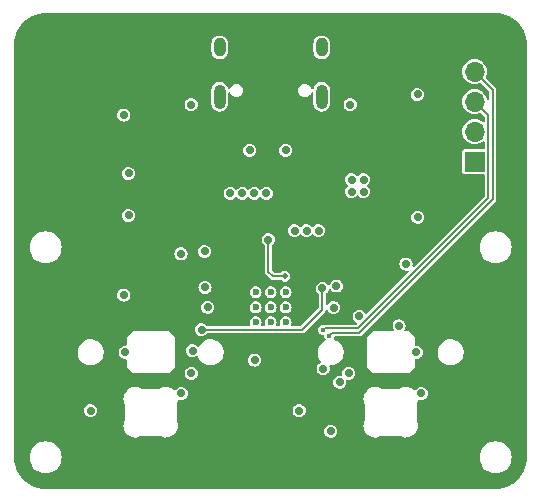
<source format=gbr>
%TF.GenerationSoftware,KiCad,Pcbnew,7.0.1*%
%TF.CreationDate,2023-05-11T20:00:56+01:00*%
%TF.ProjectId,MoonPad,4d6f6f6e-5061-4642-9e6b-696361645f70,rev?*%
%TF.SameCoordinates,Original*%
%TF.FileFunction,Copper,L4,Bot*%
%TF.FilePolarity,Positive*%
%FSLAX46Y46*%
G04 Gerber Fmt 4.6, Leading zero omitted, Abs format (unit mm)*
G04 Created by KiCad (PCBNEW 7.0.1) date 2023-05-11 20:00:56*
%MOMM*%
%LPD*%
G01*
G04 APERTURE LIST*
%TA.AperFunction,ComponentPad*%
%ADD10O,1.000000X2.100000*%
%TD*%
%TA.AperFunction,ComponentPad*%
%ADD11O,1.000000X1.600000*%
%TD*%
%TA.AperFunction,ComponentPad*%
%ADD12C,0.600000*%
%TD*%
%TA.AperFunction,ComponentPad*%
%ADD13R,1.700000X1.700000*%
%TD*%
%TA.AperFunction,ComponentPad*%
%ADD14O,1.700000X1.700000*%
%TD*%
%TA.AperFunction,ViaPad*%
%ADD15C,0.700000*%
%TD*%
%TA.AperFunction,ViaPad*%
%ADD16C,0.500000*%
%TD*%
%TA.AperFunction,ViaPad*%
%ADD17C,0.450000*%
%TD*%
%TA.AperFunction,Conductor*%
%ADD18C,0.200000*%
%TD*%
G04 APERTURE END LIST*
D10*
%TO.P,J3,S1,SHIELD*%
%TO.N,GND*%
X182120000Y-83775000D03*
D11*
X182120000Y-79595000D03*
D10*
X173480000Y-83775000D03*
D11*
X173480000Y-79595000D03*
%TD*%
D12*
%TO.P,U3,57,GND*%
%TO.N,GND*%
X176525000Y-100325000D03*
X176525000Y-101600000D03*
X176525000Y-102875000D03*
X177800000Y-100325000D03*
X177800000Y-101600000D03*
X177800000Y-102875000D03*
X179075000Y-100325000D03*
X179075000Y-101600000D03*
X179075000Y-102875000D03*
%TD*%
D13*
%TO.P,J1,1,Pin_1*%
%TO.N,GND*%
X195072000Y-89271000D03*
D14*
%TO.P,J1,2,Pin_2*%
%TO.N,+3V3*%
X195072000Y-86731000D03*
%TO.P,J1,3,Pin_3*%
%TO.N,/OLED_SCL*%
X195072000Y-84191000D03*
%TO.P,J1,4,Pin_4*%
%TO.N,/OLED_SDA*%
X195072000Y-81651000D03*
%TD*%
D15*
%TO.N,VBUS*%
X171069000Y-83566000D03*
X175310800Y-85775800D03*
X175895000Y-83312000D03*
X188722000Y-92329000D03*
X182880000Y-111252000D03*
X190246000Y-94995996D03*
X185293001Y-99822001D03*
X171069000Y-98806000D03*
X180263800Y-85775800D03*
X190246000Y-92328997D03*
X184531000Y-85344000D03*
X162560000Y-111252000D03*
X179705000Y-83312000D03*
X190246001Y-90804999D03*
%TO.N,GND*%
X181864000Y-95123000D03*
X184658001Y-91820999D03*
X190246002Y-93979996D03*
X172466000Y-101600000D03*
X183642000Y-107950000D03*
X165481000Y-105410000D03*
X183134000Y-101628000D03*
X176022000Y-88315000D03*
X179070000Y-88315000D03*
X165368000Y-85330000D03*
X190232000Y-83580000D03*
X171196000Y-105283000D03*
X165771102Y-90272001D03*
X162560000Y-110363000D03*
X182245000Y-106807000D03*
X184657999Y-90804999D03*
X180213000Y-110363000D03*
X185674001Y-90804999D03*
X165368000Y-100570000D03*
X176437289Y-106070887D03*
X176403000Y-91948000D03*
X185673999Y-91820999D03*
X165771102Y-93827998D03*
X180848000Y-95123000D03*
X177419000Y-91948000D03*
X174371000Y-91948000D03*
X189260000Y-97947000D03*
X171069000Y-84455000D03*
X172212000Y-96870700D03*
X185293002Y-102362000D03*
X170240000Y-108894135D03*
X188671200Y-103174800D03*
X172240000Y-99921000D03*
X183360000Y-99794000D03*
X170213100Y-97075125D03*
X190560000Y-108894135D03*
X184404000Y-107188000D03*
X179832000Y-95123000D03*
X184531000Y-84455000D03*
X182880000Y-112103903D03*
X175387000Y-91948000D03*
X190119000Y-105410000D03*
X171069000Y-107188000D03*
%TO.N,+1V1*%
X177600000Y-95885000D03*
D16*
X179003371Y-98977451D03*
D15*
%TO.N,ADC_X*%
X182176900Y-99998100D03*
X171958000Y-103505000D03*
D17*
%TO.N,/OLED_SCL*%
X182245000Y-103505000D03*
%TO.N,/OLED_SDA*%
X182753000Y-104002018D03*
%TD*%
D18*
%TO.N,+1V1*%
X177971451Y-98977451D02*
X179003371Y-98977451D01*
X177600000Y-95885000D02*
X177600000Y-98606000D01*
X177600000Y-98606000D02*
X177971451Y-98977451D01*
%TO.N,ADC_X*%
X182176900Y-101795100D02*
X182176900Y-99998100D01*
X180467000Y-103505000D02*
X182176900Y-101795100D01*
X171958000Y-103505000D02*
X180467000Y-103505000D01*
%TO.N,/OLED_SCL*%
X182372000Y-103378000D02*
X185166000Y-103378000D01*
X196215000Y-92329000D02*
X196215000Y-85334000D01*
X182245000Y-103505000D02*
X182372000Y-103378000D01*
X196215000Y-85334000D02*
X195072000Y-84191000D01*
X185166000Y-103378000D02*
X196215000Y-92329000D01*
%TO.N,/OLED_SDA*%
X196596000Y-83175000D02*
X195072000Y-81651000D01*
X182753000Y-104002018D02*
X182996018Y-103759000D01*
X182996018Y-103759000D02*
X185293000Y-103759000D01*
X196596000Y-92456000D02*
X196596000Y-83175000D01*
X185293000Y-103759000D02*
X196596000Y-92456000D01*
%TD*%
%TA.AperFunction,Conductor*%
%TO.N,VBUS*%
G36*
X196852777Y-76700655D02*
G01*
X197143902Y-76717005D01*
X197154925Y-76718247D01*
X197439661Y-76766625D01*
X197450455Y-76769088D01*
X197727994Y-76849046D01*
X197738465Y-76852710D01*
X197861584Y-76903708D01*
X198005287Y-76963232D01*
X198015289Y-76968049D01*
X198268053Y-77107746D01*
X198277453Y-77113652D01*
X198512992Y-77280777D01*
X198521661Y-77287690D01*
X198737019Y-77480145D01*
X198744854Y-77487980D01*
X198937305Y-77703333D01*
X198944226Y-77712012D01*
X199111346Y-77947545D01*
X199117253Y-77956946D01*
X199256950Y-78209710D01*
X199261767Y-78219712D01*
X199372287Y-78486530D01*
X199375954Y-78497009D01*
X199455907Y-78774529D01*
X199458377Y-78785353D01*
X199506751Y-79070069D01*
X199507994Y-79081101D01*
X199524344Y-79372222D01*
X199524500Y-79377773D01*
X199524500Y-114297227D01*
X199524344Y-114302778D01*
X199507994Y-114593898D01*
X199506751Y-114604930D01*
X199458377Y-114889646D01*
X199455907Y-114900470D01*
X199375954Y-115177990D01*
X199372287Y-115188469D01*
X199261767Y-115455287D01*
X199256950Y-115465289D01*
X199117253Y-115718053D01*
X199111346Y-115727454D01*
X198944226Y-115962987D01*
X198937305Y-115971666D01*
X198744862Y-116187011D01*
X198737011Y-116194862D01*
X198521666Y-116387305D01*
X198512987Y-116394226D01*
X198277454Y-116561346D01*
X198268053Y-116567253D01*
X198015289Y-116706950D01*
X198005287Y-116711767D01*
X197738469Y-116822287D01*
X197727990Y-116825954D01*
X197450470Y-116905907D01*
X197439646Y-116908377D01*
X197154930Y-116956751D01*
X197143898Y-116957994D01*
X196852778Y-116974344D01*
X196847227Y-116974500D01*
X158752773Y-116974500D01*
X158747222Y-116974344D01*
X158456101Y-116957994D01*
X158445069Y-116956751D01*
X158160353Y-116908377D01*
X158149531Y-116905907D01*
X158079936Y-116885857D01*
X157872009Y-116825954D01*
X157861530Y-116822287D01*
X157594712Y-116711767D01*
X157584710Y-116706950D01*
X157331946Y-116567253D01*
X157322545Y-116561346D01*
X157087012Y-116394226D01*
X157078333Y-116387305D01*
X156862980Y-116194854D01*
X156855145Y-116187019D01*
X156662690Y-115971661D01*
X156655777Y-115962992D01*
X156488652Y-115727453D01*
X156482746Y-115718053D01*
X156343049Y-115465289D01*
X156338232Y-115455287D01*
X156227712Y-115188469D01*
X156224045Y-115177990D01*
X156222146Y-115171397D01*
X156144088Y-114900455D01*
X156141625Y-114889661D01*
X156093247Y-114604925D01*
X156092005Y-114593898D01*
X156085640Y-114480566D01*
X156075655Y-114302777D01*
X156075577Y-114300000D01*
X157394340Y-114300000D01*
X157414936Y-114535405D01*
X157476098Y-114763667D01*
X157575963Y-114977826D01*
X157575964Y-114977827D01*
X157575965Y-114977829D01*
X157711505Y-115171401D01*
X157878599Y-115338495D01*
X158072171Y-115474035D01*
X158072172Y-115474035D01*
X158072173Y-115474036D01*
X158286332Y-115573901D01*
X158286333Y-115573901D01*
X158286337Y-115573903D01*
X158514592Y-115635063D01*
X158585168Y-115641237D01*
X158691031Y-115650500D01*
X158691034Y-115650500D01*
X158808966Y-115650500D01*
X158808969Y-115650500D01*
X158897186Y-115642781D01*
X158985408Y-115635063D01*
X159213663Y-115573903D01*
X159427829Y-115474035D01*
X159621401Y-115338495D01*
X159788495Y-115171401D01*
X159924035Y-114977830D01*
X160023903Y-114763663D01*
X160085063Y-114535408D01*
X160105659Y-114300000D01*
X195494340Y-114300000D01*
X195514936Y-114535405D01*
X195576098Y-114763667D01*
X195675963Y-114977826D01*
X195675964Y-114977827D01*
X195675965Y-114977829D01*
X195811505Y-115171401D01*
X195978599Y-115338495D01*
X196172171Y-115474035D01*
X196172172Y-115474035D01*
X196172173Y-115474036D01*
X196386332Y-115573901D01*
X196386333Y-115573901D01*
X196386337Y-115573903D01*
X196614592Y-115635063D01*
X196685168Y-115641237D01*
X196791031Y-115650500D01*
X196791034Y-115650500D01*
X196908966Y-115650500D01*
X196908969Y-115650500D01*
X196997186Y-115642781D01*
X197085408Y-115635063D01*
X197313663Y-115573903D01*
X197527829Y-115474035D01*
X197721401Y-115338495D01*
X197888495Y-115171401D01*
X198024035Y-114977830D01*
X198123903Y-114763663D01*
X198185063Y-114535408D01*
X198205659Y-114300000D01*
X198185063Y-114064592D01*
X198123903Y-113836337D01*
X198024035Y-113622171D01*
X197888495Y-113428599D01*
X197721401Y-113261505D01*
X197527829Y-113125965D01*
X197527828Y-113125964D01*
X197527826Y-113125963D01*
X197313667Y-113026098D01*
X197085405Y-112964936D01*
X196908969Y-112949500D01*
X196908966Y-112949500D01*
X196791034Y-112949500D01*
X196791031Y-112949500D01*
X196614594Y-112964936D01*
X196386332Y-113026098D01*
X196172173Y-113125963D01*
X195978602Y-113261502D01*
X195811502Y-113428602D01*
X195675963Y-113622172D01*
X195576098Y-113836332D01*
X195514936Y-114064594D01*
X195494340Y-114300000D01*
X160105659Y-114300000D01*
X160085063Y-114064592D01*
X160023903Y-113836337D01*
X159924035Y-113622171D01*
X159788495Y-113428599D01*
X159621401Y-113261505D01*
X159427829Y-113125965D01*
X159427828Y-113125964D01*
X159427826Y-113125963D01*
X159213667Y-113026098D01*
X158985405Y-112964936D01*
X158808969Y-112949500D01*
X158808966Y-112949500D01*
X158691034Y-112949500D01*
X158691031Y-112949500D01*
X158514594Y-112964936D01*
X158286332Y-113026098D01*
X158072173Y-113125963D01*
X157878602Y-113261502D01*
X157711502Y-113428602D01*
X157575963Y-113622172D01*
X157476098Y-113836332D01*
X157414936Y-114064594D01*
X157394340Y-114300000D01*
X156075577Y-114300000D01*
X156075500Y-114297227D01*
X156075500Y-111633006D01*
X165336463Y-111633006D01*
X165354219Y-111814742D01*
X165404579Y-111990263D01*
X165485883Y-112153771D01*
X165595438Y-112299856D01*
X165729626Y-112423693D01*
X165729628Y-112423694D01*
X165729630Y-112423696D01*
X165884023Y-112521198D01*
X166053515Y-112589142D01*
X166232506Y-112625281D01*
X166354223Y-112627374D01*
X166415081Y-112628422D01*
X166415081Y-112628421D01*
X166415082Y-112628422D01*
X166595210Y-112598460D01*
X166766938Y-112536386D01*
X166774771Y-112531820D01*
X166777289Y-112530354D01*
X166777921Y-112530089D01*
X166822535Y-112504023D01*
X166872486Y-112490502D01*
X166911392Y-112490506D01*
X166911395Y-112490504D01*
X166924449Y-112490506D01*
X166924511Y-112490499D01*
X168355329Y-112490499D01*
X168355381Y-112490505D01*
X168368604Y-112490503D01*
X168368608Y-112490505D01*
X168407512Y-112490501D01*
X168457459Y-112504019D01*
X168491130Y-112523691D01*
X168491132Y-112523691D01*
X168501944Y-112530008D01*
X168502842Y-112530384D01*
X168513079Y-112536350D01*
X168684799Y-112598420D01*
X168864921Y-112628381D01*
X169047489Y-112625240D01*
X169226473Y-112589103D01*
X169395958Y-112521162D01*
X169550345Y-112423664D01*
X169684531Y-112299828D01*
X169794083Y-112153748D01*
X169818868Y-112103903D01*
X182324750Y-112103903D01*
X182343669Y-112247612D01*
X182382892Y-112342304D01*
X182399139Y-112381528D01*
X182431469Y-112423661D01*
X182487378Y-112496524D01*
X182531467Y-112530354D01*
X182602375Y-112584764D01*
X182697067Y-112623986D01*
X182736290Y-112640233D01*
X182753008Y-112642434D01*
X182880000Y-112659153D01*
X183023709Y-112640233D01*
X183157625Y-112584764D01*
X183272621Y-112496524D01*
X183360861Y-112381528D01*
X183416330Y-112247612D01*
X183435250Y-112103903D01*
X183416330Y-111960194D01*
X183360861Y-111826278D01*
X183310932Y-111761209D01*
X183272621Y-111711281D01*
X183207552Y-111661353D01*
X183170610Y-111633006D01*
X185656463Y-111633006D01*
X185674219Y-111814742D01*
X185724579Y-111990263D01*
X185805883Y-112153771D01*
X185915438Y-112299856D01*
X186049626Y-112423693D01*
X186049628Y-112423694D01*
X186049630Y-112423696D01*
X186204023Y-112521198D01*
X186373515Y-112589142D01*
X186552506Y-112625281D01*
X186674223Y-112627374D01*
X186735081Y-112628422D01*
X186735081Y-112628421D01*
X186735082Y-112628422D01*
X186915210Y-112598460D01*
X187086938Y-112536386D01*
X187094771Y-112531820D01*
X187097289Y-112530354D01*
X187097921Y-112530089D01*
X187142535Y-112504023D01*
X187192486Y-112490502D01*
X187231392Y-112490506D01*
X187231395Y-112490504D01*
X187244449Y-112490506D01*
X187244511Y-112490499D01*
X188675329Y-112490499D01*
X188675381Y-112490505D01*
X188688604Y-112490503D01*
X188688608Y-112490505D01*
X188727512Y-112490501D01*
X188777459Y-112504019D01*
X188811130Y-112523691D01*
X188811132Y-112523691D01*
X188821944Y-112530008D01*
X188822842Y-112530384D01*
X188833079Y-112536350D01*
X189004799Y-112598420D01*
X189184921Y-112628381D01*
X189367489Y-112625240D01*
X189546473Y-112589103D01*
X189715958Y-112521162D01*
X189870345Y-112423664D01*
X190004531Y-112299828D01*
X190114083Y-112153748D01*
X190195382Y-111990250D01*
X190245741Y-111814736D01*
X190263496Y-111633006D01*
X190248060Y-111451064D01*
X190199944Y-111274922D01*
X190194733Y-111264065D01*
X190194493Y-111263330D01*
X190170300Y-111213083D01*
X190160499Y-111170134D01*
X190160499Y-109809890D01*
X190170244Y-109767059D01*
X190174106Y-109759011D01*
X190174143Y-109759029D01*
X190174163Y-109758890D01*
X190189019Y-109728040D01*
X190189019Y-109728037D01*
X190194556Y-109716540D01*
X190194704Y-109716089D01*
X190196519Y-109712307D01*
X190199981Y-109705094D01*
X190248100Y-109528945D01*
X190250435Y-109501412D01*
X190274062Y-109445182D01*
X190326166Y-109413471D01*
X190386964Y-109418317D01*
X190416291Y-109430465D01*
X190560000Y-109449385D01*
X190703709Y-109430465D01*
X190837625Y-109374996D01*
X190952621Y-109286756D01*
X191040861Y-109171760D01*
X191096330Y-109037844D01*
X191115250Y-108894135D01*
X191096330Y-108750426D01*
X191040861Y-108616510D01*
X190955488Y-108505250D01*
X190952621Y-108501513D01*
X190877214Y-108443652D01*
X190837625Y-108413274D01*
X190798401Y-108397027D01*
X190703709Y-108357804D01*
X190560000Y-108338885D01*
X190416290Y-108357804D01*
X190282375Y-108413274D01*
X190167378Y-108501513D01*
X190085640Y-108608037D01*
X190042198Y-108640339D01*
X189988261Y-108644961D01*
X189939957Y-108620523D01*
X189870370Y-108556304D01*
X189715982Y-108458804D01*
X189715979Y-108458803D01*
X189715978Y-108458802D01*
X189602405Y-108413274D01*
X189546484Y-108390857D01*
X189367492Y-108354718D01*
X189184919Y-108351577D01*
X189004789Y-108381539D01*
X188833061Y-108443613D01*
X188822514Y-108449759D01*
X188821887Y-108450023D01*
X188777461Y-108475978D01*
X188727514Y-108489496D01*
X188688967Y-108489493D01*
X188688607Y-108489493D01*
X188675550Y-108489492D01*
X188675489Y-108489500D01*
X187192493Y-108489500D01*
X187142538Y-108475972D01*
X187098286Y-108450108D01*
X187097272Y-108449683D01*
X187086920Y-108443650D01*
X186915201Y-108381579D01*
X186735079Y-108351618D01*
X186552514Y-108354759D01*
X186373528Y-108390896D01*
X186204038Y-108458838D01*
X186049659Y-108556333D01*
X185915467Y-108680172D01*
X185805918Y-108826249D01*
X185724617Y-108989749D01*
X185683439Y-109133267D01*
X185674259Y-109165264D01*
X185656504Y-109346994D01*
X185657325Y-109356675D01*
X185671940Y-109528937D01*
X185681509Y-109563965D01*
X185720056Y-109705078D01*
X185725340Y-109716089D01*
X185725357Y-109716123D01*
X185725649Y-109717013D01*
X185743430Y-109753918D01*
X185745824Y-109758887D01*
X185749681Y-109766891D01*
X185759493Y-109809892D01*
X185759476Y-109865874D01*
X185759501Y-109866064D01*
X185759501Y-111170109D01*
X185749753Y-111212946D01*
X185746029Y-111220705D01*
X185745977Y-111220814D01*
X185725590Y-111263157D01*
X185725443Y-111263600D01*
X185720018Y-111274904D01*
X185671900Y-111451054D01*
X185656463Y-111633006D01*
X183170610Y-111633006D01*
X183157625Y-111623042D01*
X183118401Y-111606795D01*
X183023709Y-111567572D01*
X182880000Y-111548653D01*
X182736290Y-111567572D01*
X182602375Y-111623042D01*
X182487378Y-111711281D01*
X182399139Y-111826278D01*
X182343669Y-111960193D01*
X182324750Y-112103903D01*
X169818868Y-112103903D01*
X169875382Y-111990250D01*
X169925741Y-111814736D01*
X169943496Y-111633006D01*
X169928060Y-111451064D01*
X169879944Y-111274922D01*
X169874733Y-111264065D01*
X169874493Y-111263330D01*
X169850300Y-111213083D01*
X169840499Y-111170134D01*
X169840499Y-110362999D01*
X179657750Y-110362999D01*
X179676669Y-110506709D01*
X179715892Y-110601401D01*
X179732139Y-110640625D01*
X179770450Y-110690552D01*
X179820378Y-110755621D01*
X179870306Y-110793932D01*
X179935375Y-110843861D01*
X180030067Y-110883083D01*
X180069290Y-110899330D01*
X180086008Y-110901531D01*
X180213000Y-110918250D01*
X180356709Y-110899330D01*
X180490625Y-110843861D01*
X180605621Y-110755621D01*
X180693861Y-110640625D01*
X180749330Y-110506709D01*
X180768250Y-110363000D01*
X180749330Y-110219291D01*
X180693861Y-110085375D01*
X180643932Y-110020306D01*
X180605621Y-109970378D01*
X180540552Y-109920450D01*
X180490625Y-109882139D01*
X180420296Y-109853008D01*
X180356709Y-109826669D01*
X180213000Y-109807750D01*
X180069290Y-109826669D01*
X179935375Y-109882139D01*
X179820378Y-109970378D01*
X179732139Y-110085375D01*
X179676669Y-110219290D01*
X179657750Y-110362999D01*
X169840499Y-110362999D01*
X169840499Y-109809890D01*
X169850244Y-109767059D01*
X169854106Y-109759011D01*
X169854143Y-109759029D01*
X169854163Y-109758890D01*
X169869019Y-109728040D01*
X169869019Y-109728037D01*
X169874556Y-109716540D01*
X169874704Y-109716089D01*
X169876519Y-109712307D01*
X169879981Y-109705094D01*
X169928100Y-109528945D01*
X169930435Y-109501412D01*
X169954062Y-109445182D01*
X170006166Y-109413471D01*
X170066964Y-109418317D01*
X170096291Y-109430465D01*
X170240000Y-109449385D01*
X170383709Y-109430465D01*
X170517625Y-109374996D01*
X170632621Y-109286756D01*
X170720861Y-109171760D01*
X170776330Y-109037844D01*
X170795250Y-108894135D01*
X170776330Y-108750426D01*
X170720861Y-108616510D01*
X170635488Y-108505250D01*
X170632621Y-108501513D01*
X170557214Y-108443652D01*
X170517625Y-108413274D01*
X170478401Y-108397027D01*
X170383709Y-108357804D01*
X170240000Y-108338885D01*
X170096290Y-108357804D01*
X169962375Y-108413274D01*
X169847378Y-108501513D01*
X169765640Y-108608037D01*
X169722198Y-108640339D01*
X169668261Y-108644961D01*
X169619957Y-108620523D01*
X169550370Y-108556304D01*
X169395982Y-108458804D01*
X169395979Y-108458803D01*
X169395978Y-108458802D01*
X169282405Y-108413274D01*
X169226484Y-108390857D01*
X169047492Y-108354718D01*
X168864919Y-108351577D01*
X168684789Y-108381539D01*
X168513061Y-108443613D01*
X168502514Y-108449759D01*
X168501887Y-108450023D01*
X168457461Y-108475978D01*
X168407514Y-108489496D01*
X168368967Y-108489493D01*
X168368607Y-108489493D01*
X168355550Y-108489492D01*
X168355489Y-108489500D01*
X166872493Y-108489500D01*
X166822538Y-108475972D01*
X166778286Y-108450108D01*
X166777272Y-108449683D01*
X166766920Y-108443650D01*
X166595201Y-108381579D01*
X166415079Y-108351618D01*
X166232514Y-108354759D01*
X166053528Y-108390896D01*
X165884038Y-108458838D01*
X165729659Y-108556333D01*
X165595467Y-108680172D01*
X165485918Y-108826249D01*
X165404617Y-108989749D01*
X165363439Y-109133267D01*
X165354259Y-109165264D01*
X165336504Y-109346994D01*
X165337325Y-109356675D01*
X165351940Y-109528937D01*
X165361509Y-109563965D01*
X165400056Y-109705078D01*
X165405340Y-109716089D01*
X165405357Y-109716123D01*
X165405649Y-109717013D01*
X165423430Y-109753918D01*
X165425824Y-109758887D01*
X165429681Y-109766891D01*
X165439493Y-109809892D01*
X165439476Y-109865874D01*
X165439501Y-109866064D01*
X165439501Y-111170109D01*
X165429753Y-111212946D01*
X165426029Y-111220705D01*
X165425977Y-111220814D01*
X165405590Y-111263157D01*
X165405443Y-111263600D01*
X165400018Y-111274904D01*
X165351900Y-111451054D01*
X165336463Y-111633006D01*
X156075500Y-111633006D01*
X156075500Y-110362999D01*
X162004750Y-110362999D01*
X162023669Y-110506709D01*
X162062892Y-110601401D01*
X162079139Y-110640625D01*
X162117450Y-110690552D01*
X162167378Y-110755621D01*
X162217306Y-110793932D01*
X162282375Y-110843861D01*
X162377067Y-110883083D01*
X162416290Y-110899330D01*
X162433008Y-110901531D01*
X162560000Y-110918250D01*
X162703709Y-110899330D01*
X162837625Y-110843861D01*
X162952621Y-110755621D01*
X163040861Y-110640625D01*
X163096330Y-110506709D01*
X163115250Y-110363000D01*
X163096330Y-110219291D01*
X163040861Y-110085375D01*
X162990932Y-110020306D01*
X162952621Y-109970378D01*
X162887552Y-109920450D01*
X162837625Y-109882139D01*
X162767296Y-109853008D01*
X162703709Y-109826669D01*
X162560000Y-109807750D01*
X162416290Y-109826669D01*
X162282375Y-109882139D01*
X162167378Y-109970378D01*
X162079139Y-110085375D01*
X162023669Y-110219290D01*
X162004750Y-110362999D01*
X156075500Y-110362999D01*
X156075500Y-107949999D01*
X183086750Y-107949999D01*
X183105669Y-108093709D01*
X183144892Y-108188401D01*
X183161139Y-108227625D01*
X183199450Y-108277552D01*
X183249378Y-108342621D01*
X183299306Y-108380932D01*
X183364375Y-108430861D01*
X183459067Y-108470083D01*
X183498290Y-108486330D01*
X183515008Y-108488531D01*
X183642000Y-108505250D01*
X183785709Y-108486330D01*
X183919625Y-108430861D01*
X184034621Y-108342621D01*
X184122861Y-108227625D01*
X184178330Y-108093709D01*
X184197250Y-107950000D01*
X184182744Y-107839818D01*
X184193083Y-107781184D01*
X184235184Y-107739083D01*
X184293818Y-107728744D01*
X184404000Y-107743250D01*
X184547709Y-107724330D01*
X184681625Y-107668861D01*
X184796621Y-107580621D01*
X184884861Y-107465625D01*
X184940330Y-107331709D01*
X184959250Y-107188000D01*
X184940330Y-107044291D01*
X184884861Y-106910375D01*
X184834932Y-106845306D01*
X184796621Y-106795378D01*
X184731552Y-106745450D01*
X184681625Y-106707139D01*
X184616105Y-106680000D01*
X185928000Y-106680000D01*
X186436000Y-107188000D01*
X189483999Y-107188000D01*
X189484000Y-107188000D01*
X189992000Y-106680000D01*
X189992000Y-106061418D01*
X190007504Y-106008226D01*
X190049160Y-105971694D01*
X190103921Y-105963265D01*
X190106786Y-105963642D01*
X190119000Y-105965250D01*
X190262709Y-105946330D01*
X190396625Y-105890861D01*
X190511621Y-105802621D01*
X190599861Y-105687625D01*
X190655330Y-105553709D01*
X190674250Y-105410000D01*
X190667324Y-105357395D01*
X191935745Y-105357395D01*
X191945746Y-105567332D01*
X191995294Y-105771574D01*
X192082604Y-105962754D01*
X192204510Y-106133948D01*
X192204513Y-106133951D01*
X192204514Y-106133952D01*
X192284367Y-106210091D01*
X192356622Y-106278986D01*
X192533431Y-106392615D01*
X192728539Y-106470724D01*
X192728541Y-106470724D01*
X192728543Y-106470725D01*
X192934915Y-106510500D01*
X193092422Y-106510500D01*
X193092425Y-106510500D01*
X193249218Y-106495528D01*
X193450875Y-106436316D01*
X193637682Y-106340011D01*
X193802886Y-106210092D01*
X193940519Y-106051256D01*
X194045604Y-105869244D01*
X194114344Y-105670633D01*
X194144254Y-105462602D01*
X194134254Y-105252670D01*
X194109193Y-105149367D01*
X194084705Y-105048425D01*
X193997395Y-104857245D01*
X193875489Y-104686051D01*
X193723377Y-104541013D01*
X193546568Y-104427384D01*
X193351460Y-104349275D01*
X193196678Y-104319443D01*
X193145085Y-104309500D01*
X192987575Y-104309500D01*
X192893499Y-104318483D01*
X192830780Y-104324472D01*
X192629124Y-104383683D01*
X192442317Y-104479989D01*
X192277112Y-104609908D01*
X192139483Y-104768740D01*
X192034395Y-104950758D01*
X191965655Y-105149369D01*
X191935745Y-105357395D01*
X190667324Y-105357395D01*
X190655330Y-105266291D01*
X190599861Y-105132375D01*
X190521213Y-105029879D01*
X190511621Y-105017378D01*
X190424799Y-104950758D01*
X190396625Y-104929139D01*
X190357401Y-104912892D01*
X190262709Y-104873669D01*
X190134077Y-104856735D01*
X190119000Y-104854750D01*
X190118999Y-104854750D01*
X190103921Y-104856735D01*
X190049160Y-104848306D01*
X190007504Y-104811774D01*
X189992000Y-104758582D01*
X189992000Y-104140001D01*
X189992000Y-104140000D01*
X189484000Y-103632000D01*
X189483999Y-103632000D01*
X189215020Y-103632000D01*
X189162741Y-103617071D01*
X189126230Y-103576787D01*
X189116497Y-103523296D01*
X189136478Y-103472733D01*
X189152061Y-103452425D01*
X189207530Y-103318509D01*
X189226450Y-103174800D01*
X189207530Y-103031091D01*
X189204650Y-103024139D01*
X189167601Y-102934693D01*
X189152061Y-102897175D01*
X189102132Y-102832106D01*
X189063821Y-102782178D01*
X188998752Y-102732250D01*
X188948825Y-102693939D01*
X188909601Y-102677692D01*
X188814909Y-102638469D01*
X188671200Y-102619550D01*
X188527490Y-102638469D01*
X188393575Y-102693939D01*
X188278578Y-102782178D01*
X188190339Y-102897175D01*
X188134869Y-103031090D01*
X188115950Y-103174800D01*
X188134869Y-103318509D01*
X188190338Y-103452424D01*
X188205922Y-103472733D01*
X188225903Y-103523296D01*
X188216170Y-103576787D01*
X188179659Y-103617071D01*
X188127380Y-103632000D01*
X186436000Y-103632000D01*
X185928000Y-104140000D01*
X185928000Y-106680000D01*
X184616105Y-106680000D01*
X184547709Y-106651669D01*
X184404000Y-106632750D01*
X184260290Y-106651669D01*
X184126375Y-106707139D01*
X184011378Y-106795378D01*
X183923139Y-106910375D01*
X183867669Y-107044290D01*
X183848750Y-107188000D01*
X183863255Y-107298180D01*
X183852916Y-107356815D01*
X183810815Y-107398916D01*
X183752180Y-107409255D01*
X183642000Y-107394750D01*
X183498290Y-107413669D01*
X183364375Y-107469139D01*
X183249378Y-107557378D01*
X183161139Y-107672375D01*
X183105669Y-107806290D01*
X183086750Y-107949999D01*
X156075500Y-107949999D01*
X156075500Y-105357395D01*
X161455745Y-105357395D01*
X161465746Y-105567332D01*
X161515294Y-105771574D01*
X161602604Y-105962754D01*
X161724510Y-106133948D01*
X161724513Y-106133951D01*
X161724514Y-106133952D01*
X161804367Y-106210091D01*
X161876622Y-106278986D01*
X162053431Y-106392615D01*
X162248539Y-106470724D01*
X162248541Y-106470724D01*
X162248543Y-106470725D01*
X162454915Y-106510500D01*
X162612422Y-106510500D01*
X162612425Y-106510500D01*
X162769218Y-106495528D01*
X162970875Y-106436316D01*
X163157682Y-106340011D01*
X163322886Y-106210092D01*
X163460519Y-106051256D01*
X163565604Y-105869244D01*
X163634344Y-105670633D01*
X163664254Y-105462602D01*
X163661748Y-105409999D01*
X164925750Y-105409999D01*
X164944669Y-105553709D01*
X164983892Y-105648401D01*
X165000139Y-105687625D01*
X165014753Y-105706670D01*
X165088378Y-105802621D01*
X165110154Y-105819330D01*
X165203375Y-105890861D01*
X165291051Y-105927177D01*
X165337290Y-105946330D01*
X165354001Y-105948530D01*
X165481000Y-105965250D01*
X165493526Y-105963600D01*
X165496079Y-105963265D01*
X165550840Y-105971694D01*
X165592496Y-106008226D01*
X165608000Y-106061418D01*
X165608000Y-106680000D01*
X166116000Y-107188000D01*
X169163999Y-107188000D01*
X169164000Y-107188000D01*
X169164001Y-107187999D01*
X170513750Y-107187999D01*
X170532669Y-107331709D01*
X170564790Y-107409255D01*
X170588139Y-107465625D01*
X170626450Y-107515552D01*
X170676378Y-107580621D01*
X170726306Y-107618932D01*
X170791375Y-107668861D01*
X170886067Y-107708083D01*
X170925290Y-107724330D01*
X170942008Y-107726531D01*
X171069000Y-107743250D01*
X171212709Y-107724330D01*
X171346625Y-107668861D01*
X171461621Y-107580621D01*
X171549861Y-107465625D01*
X171605330Y-107331709D01*
X171624250Y-107188000D01*
X171605330Y-107044291D01*
X171549861Y-106910375D01*
X171499932Y-106845306D01*
X171470539Y-106807000D01*
X181689750Y-106807000D01*
X181708669Y-106950709D01*
X181747432Y-107044290D01*
X181764139Y-107084625D01*
X181802450Y-107134552D01*
X181852378Y-107199621D01*
X181902306Y-107237932D01*
X181967375Y-107287861D01*
X182062067Y-107327083D01*
X182101290Y-107343330D01*
X182118008Y-107345531D01*
X182245000Y-107362250D01*
X182388709Y-107343330D01*
X182522625Y-107287861D01*
X182637621Y-107199621D01*
X182725861Y-107084625D01*
X182781330Y-106950709D01*
X182800250Y-106807000D01*
X182781330Y-106663291D01*
X182774741Y-106647385D01*
X182767683Y-106599796D01*
X182783891Y-106554499D01*
X182819538Y-106522190D01*
X182866206Y-106510500D01*
X182932422Y-106510500D01*
X182932425Y-106510500D01*
X183089218Y-106495528D01*
X183290875Y-106436316D01*
X183477682Y-106340011D01*
X183642886Y-106210092D01*
X183780519Y-106051256D01*
X183885604Y-105869244D01*
X183954344Y-105670633D01*
X183984254Y-105462602D01*
X183974254Y-105252670D01*
X183949193Y-105149367D01*
X183924705Y-105048425D01*
X183837395Y-104857245D01*
X183715489Y-104686051D01*
X183563377Y-104541013D01*
X183386569Y-104427385D01*
X183182681Y-104345761D01*
X183183525Y-104343650D01*
X183142345Y-104321201D01*
X183115944Y-104267171D01*
X183125683Y-104207831D01*
X183169838Y-104121173D01*
X183170400Y-104121459D01*
X183179163Y-104100306D01*
X183214311Y-104070290D01*
X183259254Y-104059500D01*
X185227835Y-104059500D01*
X185243755Y-104062097D01*
X185250764Y-104061772D01*
X185250765Y-104061773D01*
X185297641Y-104059606D01*
X185302214Y-104059500D01*
X185320844Y-104059500D01*
X185320951Y-104059480D01*
X185334571Y-104057898D01*
X185362992Y-104056585D01*
X185371982Y-104052615D01*
X185393772Y-104045866D01*
X185403433Y-104044061D01*
X185427623Y-104029082D01*
X185439722Y-104022704D01*
X185465765Y-104011206D01*
X185472710Y-104004259D01*
X185490597Y-103990091D01*
X185498952Y-103984919D01*
X185516095Y-103962216D01*
X185525082Y-103951887D01*
X192956970Y-96519999D01*
X195494340Y-96519999D01*
X195514936Y-96755405D01*
X195576098Y-96983667D01*
X195675963Y-97197826D01*
X195675964Y-97197827D01*
X195675965Y-97197829D01*
X195811505Y-97391401D01*
X195978599Y-97558495D01*
X196172171Y-97694035D01*
X196172172Y-97694035D01*
X196172173Y-97694036D01*
X196386332Y-97793901D01*
X196386333Y-97793901D01*
X196386337Y-97793903D01*
X196614592Y-97855063D01*
X196685168Y-97861237D01*
X196791031Y-97870500D01*
X196791034Y-97870500D01*
X196908966Y-97870500D01*
X196908969Y-97870500D01*
X196997186Y-97862781D01*
X197085408Y-97855063D01*
X197313663Y-97793903D01*
X197527829Y-97694035D01*
X197721401Y-97558495D01*
X197888495Y-97391401D01*
X198024035Y-97197830D01*
X198123903Y-96983663D01*
X198185063Y-96755408D01*
X198205659Y-96520000D01*
X198185063Y-96284592D01*
X198123903Y-96056337D01*
X198024035Y-95842171D01*
X197888495Y-95648599D01*
X197721401Y-95481505D01*
X197605890Y-95400624D01*
X197527826Y-95345963D01*
X197313667Y-95246098D01*
X197085405Y-95184936D01*
X196908969Y-95169500D01*
X196908966Y-95169500D01*
X196791034Y-95169500D01*
X196791031Y-95169500D01*
X196614594Y-95184936D01*
X196386332Y-95246098D01*
X196172173Y-95345963D01*
X195978602Y-95481502D01*
X195811502Y-95648602D01*
X195675963Y-95842172D01*
X195576098Y-96056332D01*
X195514936Y-96284594D01*
X195494340Y-96519999D01*
X192956970Y-96519999D01*
X196762405Y-92714564D01*
X196775496Y-92705147D01*
X196780225Y-92699959D01*
X196780228Y-92699958D01*
X196811877Y-92665239D01*
X196814994Y-92661975D01*
X196828174Y-92648797D01*
X196828238Y-92648702D01*
X196836745Y-92637961D01*
X196855916Y-92616933D01*
X196859464Y-92607771D01*
X196870103Y-92587587D01*
X196875657Y-92579481D01*
X196882171Y-92551782D01*
X196886220Y-92538705D01*
X196896500Y-92512173D01*
X196896500Y-92502347D01*
X196899130Y-92479681D01*
X196901379Y-92470119D01*
X196897448Y-92441946D01*
X196896500Y-92428270D01*
X196896500Y-83240165D01*
X196899097Y-83224244D01*
X196896606Y-83170358D01*
X196896500Y-83165786D01*
X196896500Y-83147157D01*
X196896480Y-83147050D01*
X196894898Y-83133430D01*
X196893585Y-83105008D01*
X196889613Y-83096013D01*
X196882866Y-83074224D01*
X196881061Y-83064567D01*
X196875836Y-83056129D01*
X196866091Y-83040389D01*
X196859698Y-83028261D01*
X196848206Y-83002234D01*
X196841255Y-82995283D01*
X196827086Y-82977393D01*
X196821919Y-82969048D01*
X196799226Y-82951911D01*
X196788883Y-82942911D01*
X196048187Y-82202215D01*
X196025536Y-82167083D01*
X196019403Y-82125734D01*
X196030880Y-82085544D01*
X196047232Y-82054954D01*
X196107300Y-81856934D01*
X196127583Y-81651000D01*
X196107300Y-81445066D01*
X196047232Y-81247046D01*
X195949685Y-81064550D01*
X195818410Y-80904590D01*
X195658450Y-80773315D01*
X195475954Y-80675768D01*
X195475953Y-80675767D01*
X195475952Y-80675767D01*
X195277933Y-80615699D01*
X195071999Y-80595416D01*
X194866066Y-80615699D01*
X194668047Y-80675767D01*
X194485549Y-80773315D01*
X194325590Y-80904590D01*
X194194315Y-81064549D01*
X194096767Y-81247047D01*
X194036699Y-81445066D01*
X194016416Y-81650999D01*
X194036699Y-81856933D01*
X194096767Y-82054952D01*
X194096768Y-82054954D01*
X194194315Y-82237450D01*
X194325590Y-82397410D01*
X194485550Y-82528685D01*
X194668046Y-82626232D01*
X194866066Y-82686300D01*
X195072000Y-82706583D01*
X195277934Y-82686300D01*
X195475954Y-82626232D01*
X195506542Y-82609881D01*
X195546736Y-82598403D01*
X195588084Y-82604536D01*
X195623216Y-82627187D01*
X196266504Y-83270475D01*
X196287964Y-83302593D01*
X196295500Y-83340479D01*
X196295500Y-83938073D01*
X196279879Y-83991448D01*
X196237947Y-84027979D01*
X196182936Y-84036139D01*
X196132204Y-84013353D01*
X196101763Y-83966811D01*
X196057380Y-83820500D01*
X196047232Y-83787046D01*
X195949685Y-83604550D01*
X195818410Y-83444590D01*
X195658450Y-83313315D01*
X195475954Y-83215768D01*
X195475953Y-83215767D01*
X195475952Y-83215767D01*
X195277933Y-83155699D01*
X195072000Y-83135416D01*
X194866066Y-83155699D01*
X194668047Y-83215767D01*
X194485549Y-83313315D01*
X194325590Y-83444590D01*
X194194315Y-83604549D01*
X194096767Y-83787047D01*
X194036699Y-83985066D01*
X194016416Y-84191000D01*
X194036699Y-84396933D01*
X194066105Y-84493872D01*
X194096768Y-84594954D01*
X194194315Y-84777450D01*
X194325590Y-84937410D01*
X194485550Y-85068685D01*
X194668046Y-85166232D01*
X194866066Y-85226300D01*
X195072000Y-85246583D01*
X195277934Y-85226300D01*
X195475954Y-85166232D01*
X195506542Y-85149881D01*
X195546736Y-85138403D01*
X195588084Y-85144536D01*
X195623216Y-85167187D01*
X195885504Y-85429475D01*
X195906964Y-85461593D01*
X195914500Y-85499479D01*
X195914500Y-85854132D01*
X195899140Y-85907097D01*
X195857828Y-85943627D01*
X195803381Y-85952387D01*
X195752696Y-85930660D01*
X195658450Y-85853315D01*
X195475954Y-85755768D01*
X195475953Y-85755767D01*
X195475952Y-85755767D01*
X195277933Y-85695699D01*
X195072000Y-85675416D01*
X194866066Y-85695699D01*
X194668047Y-85755767D01*
X194485549Y-85853315D01*
X194325590Y-85984590D01*
X194194315Y-86144549D01*
X194096767Y-86327047D01*
X194036699Y-86525066D01*
X194016416Y-86730999D01*
X194036699Y-86936933D01*
X194096767Y-87134952D01*
X194096768Y-87134954D01*
X194194315Y-87317450D01*
X194325590Y-87477410D01*
X194485550Y-87608685D01*
X194668046Y-87706232D01*
X194866066Y-87766300D01*
X195072000Y-87786583D01*
X195277934Y-87766300D01*
X195475954Y-87706232D01*
X195658450Y-87608685D01*
X195752696Y-87531339D01*
X195803381Y-87509613D01*
X195857828Y-87518373D01*
X195899140Y-87554903D01*
X195914500Y-87607868D01*
X195914500Y-88121500D01*
X195901237Y-88171000D01*
X195865000Y-88207237D01*
X195815500Y-88220500D01*
X194202252Y-88220500D01*
X194173010Y-88226316D01*
X194143768Y-88232133D01*
X194077447Y-88276447D01*
X194033133Y-88342768D01*
X194021500Y-88401253D01*
X194021500Y-90140747D01*
X194033133Y-90199231D01*
X194077447Y-90265552D01*
X194087099Y-90272001D01*
X194143769Y-90309867D01*
X194202252Y-90321500D01*
X195815500Y-90321500D01*
X195865000Y-90334763D01*
X195901237Y-90371000D01*
X195914500Y-90420500D01*
X195914500Y-92163521D01*
X195906964Y-92201407D01*
X195885504Y-92233525D01*
X189967382Y-98151646D01*
X189913505Y-98179320D01*
X189853591Y-98170432D01*
X189810068Y-98128310D01*
X189799225Y-98068720D01*
X189799765Y-98064615D01*
X189815250Y-97947000D01*
X189796330Y-97803291D01*
X189792441Y-97793903D01*
X189780083Y-97764067D01*
X189740861Y-97669375D01*
X189690932Y-97604306D01*
X189652621Y-97554378D01*
X189587552Y-97504450D01*
X189537625Y-97466139D01*
X189498401Y-97449892D01*
X189403709Y-97410669D01*
X189260000Y-97391750D01*
X189116290Y-97410669D01*
X188982375Y-97466139D01*
X188867378Y-97554378D01*
X188779139Y-97669375D01*
X188723669Y-97803290D01*
X188704750Y-97947000D01*
X188723669Y-98090709D01*
X188756692Y-98170432D01*
X188779139Y-98224625D01*
X188817450Y-98274552D01*
X188867378Y-98339621D01*
X188917306Y-98377932D01*
X188982375Y-98427861D01*
X189077067Y-98467083D01*
X189116290Y-98483330D01*
X189135210Y-98485820D01*
X189260000Y-98502250D01*
X189381720Y-98486225D01*
X189441310Y-98497068D01*
X189483432Y-98540591D01*
X189492320Y-98600505D01*
X189464646Y-98654382D01*
X185955014Y-102164013D01*
X185913748Y-102188746D01*
X185865696Y-102191107D01*
X185822205Y-102170537D01*
X185793546Y-102131895D01*
X185780542Y-102100500D01*
X185773863Y-102084375D01*
X185724943Y-102020621D01*
X185685623Y-101969378D01*
X185603751Y-101906556D01*
X185570627Y-101881139D01*
X185526507Y-101862864D01*
X185436711Y-101825669D01*
X185293002Y-101806750D01*
X185149292Y-101825669D01*
X185015377Y-101881139D01*
X184900380Y-101969378D01*
X184812141Y-102084375D01*
X184756671Y-102218290D01*
X184737752Y-102361999D01*
X184756671Y-102505709D01*
X184795894Y-102600401D01*
X184812141Y-102639625D01*
X184850452Y-102689552D01*
X184900380Y-102754621D01*
X185015373Y-102842858D01*
X185015377Y-102842861D01*
X185062902Y-102862546D01*
X185101540Y-102891202D01*
X185122110Y-102934693D01*
X185119751Y-102982744D01*
X185095018Y-103024010D01*
X185070527Y-103048502D01*
X185038409Y-103069964D01*
X185000522Y-103077500D01*
X182437165Y-103077500D01*
X182421244Y-103074902D01*
X182367358Y-103077394D01*
X182362786Y-103077500D01*
X182344154Y-103077500D01*
X182344031Y-103077523D01*
X182330419Y-103079101D01*
X182298359Y-103080583D01*
X182278301Y-103079470D01*
X182245000Y-103074195D01*
X182111875Y-103095280D01*
X181991781Y-103156471D01*
X181896471Y-103251781D01*
X181835280Y-103371875D01*
X181814195Y-103504999D01*
X181835280Y-103638124D01*
X181835280Y-103638125D01*
X181835281Y-103638126D01*
X181896472Y-103758220D01*
X181991780Y-103853528D01*
X182111874Y-103914719D01*
X182242385Y-103935389D01*
X182280815Y-103950141D01*
X182309924Y-103979251D01*
X182324677Y-104017683D01*
X182343280Y-104135142D01*
X182343280Y-104135143D01*
X182343281Y-104135144D01*
X182404472Y-104255238D01*
X182415348Y-104266114D01*
X182443099Y-104320474D01*
X182433695Y-104380781D01*
X182390707Y-104424111D01*
X182282317Y-104479989D01*
X182117112Y-104609908D01*
X181979483Y-104768740D01*
X181874395Y-104950758D01*
X181805655Y-105149369D01*
X181775745Y-105357395D01*
X181785746Y-105567332D01*
X181835294Y-105771574D01*
X181922603Y-105962751D01*
X181922604Y-105962753D01*
X182044514Y-106133952D01*
X182051625Y-106140732D01*
X182077517Y-106181957D01*
X182080629Y-106230538D01*
X182060209Y-106274730D01*
X182021195Y-106303846D01*
X181967373Y-106326140D01*
X181852378Y-106414378D01*
X181764139Y-106529375D01*
X181708669Y-106663290D01*
X181689750Y-106807000D01*
X171470539Y-106807000D01*
X171461621Y-106795378D01*
X171396552Y-106745450D01*
X171346625Y-106707139D01*
X171281105Y-106680000D01*
X171212709Y-106651669D01*
X171069000Y-106632750D01*
X170925290Y-106651669D01*
X170791375Y-106707139D01*
X170676378Y-106795378D01*
X170588139Y-106910375D01*
X170532669Y-107044290D01*
X170513750Y-107187999D01*
X169164001Y-107187999D01*
X169672000Y-106680000D01*
X169672000Y-105282999D01*
X170640750Y-105282999D01*
X170659669Y-105426709D01*
X170696505Y-105515637D01*
X170715139Y-105560625D01*
X170753450Y-105610552D01*
X170803378Y-105675621D01*
X170853306Y-105713932D01*
X170918375Y-105763861D01*
X171011951Y-105802621D01*
X171052290Y-105819330D01*
X171069008Y-105821531D01*
X171196000Y-105838250D01*
X171339709Y-105819330D01*
X171473625Y-105763861D01*
X171521695Y-105726975D01*
X171576465Y-105706670D01*
X171633151Y-105720779D01*
X171672014Y-105764391D01*
X171762603Y-105962752D01*
X171884510Y-106133948D01*
X171884513Y-106133951D01*
X171884514Y-106133952D01*
X171964367Y-106210091D01*
X172036622Y-106278986D01*
X172213431Y-106392615D01*
X172408539Y-106470724D01*
X172408541Y-106470724D01*
X172408543Y-106470725D01*
X172614915Y-106510500D01*
X172772422Y-106510500D01*
X172772425Y-106510500D01*
X172929218Y-106495528D01*
X173130875Y-106436316D01*
X173317682Y-106340011D01*
X173482886Y-106210092D01*
X173603509Y-106070886D01*
X175882039Y-106070886D01*
X175900958Y-106214596D01*
X175937927Y-106303846D01*
X175956428Y-106348512D01*
X175990268Y-106392613D01*
X176044667Y-106463508D01*
X176054073Y-106470725D01*
X176159664Y-106551748D01*
X176254356Y-106590970D01*
X176293579Y-106607217D01*
X176310297Y-106609418D01*
X176437289Y-106626137D01*
X176580998Y-106607217D01*
X176714914Y-106551748D01*
X176829910Y-106463508D01*
X176918150Y-106348512D01*
X176973619Y-106214596D01*
X176992539Y-106070887D01*
X176973619Y-105927178D01*
X176918150Y-105793262D01*
X176862532Y-105720779D01*
X176829910Y-105678265D01*
X176744656Y-105612848D01*
X176714914Y-105590026D01*
X176660125Y-105567332D01*
X176580998Y-105534556D01*
X176437289Y-105515637D01*
X176293579Y-105534556D01*
X176159664Y-105590026D01*
X176044667Y-105678265D01*
X175956428Y-105793262D01*
X175900958Y-105927177D01*
X175882039Y-106070886D01*
X173603509Y-106070886D01*
X173620519Y-106051256D01*
X173725604Y-105869244D01*
X173794344Y-105670633D01*
X173824254Y-105462602D01*
X173814254Y-105252670D01*
X173789193Y-105149367D01*
X173764705Y-105048425D01*
X173677395Y-104857245D01*
X173555489Y-104686051D01*
X173403377Y-104541013D01*
X173226568Y-104427384D01*
X173031460Y-104349275D01*
X172876678Y-104319443D01*
X172825085Y-104309500D01*
X172667575Y-104309500D01*
X172573499Y-104318483D01*
X172510780Y-104324472D01*
X172309124Y-104383683D01*
X172122317Y-104479989D01*
X171957112Y-104609908D01*
X171819481Y-104768742D01*
X171754366Y-104881524D01*
X171720908Y-104916095D01*
X171675104Y-104930811D01*
X171627771Y-104922198D01*
X171590087Y-104892289D01*
X171588620Y-104890377D01*
X171517743Y-104835992D01*
X171473625Y-104802139D01*
X171434401Y-104785892D01*
X171339709Y-104746669D01*
X171196000Y-104727750D01*
X171052290Y-104746669D01*
X170918375Y-104802139D01*
X170803378Y-104890378D01*
X170715139Y-105005375D01*
X170659669Y-105139290D01*
X170640750Y-105282999D01*
X169672000Y-105282999D01*
X169672000Y-104140000D01*
X169164000Y-103632000D01*
X166116000Y-103632000D01*
X165608000Y-104140000D01*
X165608000Y-104140001D01*
X165608000Y-104758582D01*
X165592496Y-104811774D01*
X165550840Y-104848306D01*
X165496079Y-104856735D01*
X165481000Y-104854750D01*
X165337290Y-104873669D01*
X165203375Y-104929139D01*
X165088378Y-105017378D01*
X165000139Y-105132375D01*
X164944669Y-105266290D01*
X164925750Y-105409999D01*
X163661748Y-105409999D01*
X163654254Y-105252670D01*
X163629193Y-105149367D01*
X163604705Y-105048425D01*
X163517395Y-104857245D01*
X163395489Y-104686051D01*
X163243377Y-104541013D01*
X163066568Y-104427384D01*
X162871460Y-104349275D01*
X162716678Y-104319443D01*
X162665085Y-104309500D01*
X162507575Y-104309500D01*
X162413499Y-104318483D01*
X162350780Y-104324472D01*
X162149124Y-104383683D01*
X161962317Y-104479989D01*
X161797112Y-104609908D01*
X161659483Y-104768740D01*
X161554395Y-104950758D01*
X161485655Y-105149369D01*
X161455745Y-105357395D01*
X156075500Y-105357395D01*
X156075500Y-103505000D01*
X171402750Y-103505000D01*
X171421669Y-103648709D01*
X171455722Y-103730919D01*
X171477139Y-103782625D01*
X171502526Y-103815710D01*
X171565378Y-103897621D01*
X171587661Y-103914719D01*
X171680375Y-103985861D01*
X171769304Y-104022696D01*
X171814290Y-104041330D01*
X171831008Y-104043531D01*
X171958000Y-104060250D01*
X172101709Y-104041330D01*
X172235625Y-103985861D01*
X172350621Y-103897621D01*
X172391588Y-103844230D01*
X172426342Y-103815710D01*
X172470129Y-103805500D01*
X180401835Y-103805500D01*
X180417755Y-103808097D01*
X180424764Y-103807772D01*
X180424765Y-103807773D01*
X180471641Y-103805606D01*
X180476214Y-103805500D01*
X180494844Y-103805500D01*
X180494951Y-103805480D01*
X180508571Y-103803898D01*
X180536992Y-103802585D01*
X180545982Y-103798615D01*
X180567772Y-103791866D01*
X180577433Y-103790061D01*
X180601623Y-103775082D01*
X180613722Y-103768704D01*
X180639765Y-103757206D01*
X180646710Y-103750259D01*
X180664597Y-103736091D01*
X180672952Y-103730919D01*
X180690095Y-103708216D01*
X180699082Y-103697887D01*
X182343305Y-102053664D01*
X182356396Y-102044247D01*
X182361125Y-102039059D01*
X182361128Y-102039058D01*
X182392777Y-102004339D01*
X182395894Y-102001075D01*
X182409074Y-101987897D01*
X182409138Y-101987802D01*
X182417645Y-101977061D01*
X182436816Y-101956033D01*
X182440366Y-101946866D01*
X182451009Y-101926678D01*
X182456557Y-101918580D01*
X182459385Y-101906552D01*
X182482284Y-101862864D01*
X182523425Y-101835647D01*
X182572593Y-101831661D01*
X182617581Y-101851898D01*
X182647218Y-101891332D01*
X182653138Y-101905623D01*
X182653139Y-101905625D01*
X182663080Y-101918580D01*
X182741378Y-102020621D01*
X182784445Y-102053667D01*
X182856375Y-102108861D01*
X182951067Y-102148083D01*
X182990290Y-102164330D01*
X183007008Y-102166531D01*
X183134000Y-102183250D01*
X183277709Y-102164330D01*
X183411625Y-102108861D01*
X183526621Y-102020621D01*
X183614861Y-101905625D01*
X183670330Y-101771709D01*
X183689250Y-101628000D01*
X183670330Y-101484291D01*
X183614861Y-101350375D01*
X183564932Y-101285306D01*
X183526621Y-101235378D01*
X183461552Y-101185450D01*
X183411625Y-101147139D01*
X183372401Y-101130892D01*
X183277709Y-101091669D01*
X183134000Y-101072750D01*
X182990290Y-101091669D01*
X182856375Y-101147139D01*
X182741378Y-101235378D01*
X182654942Y-101348025D01*
X182605138Y-101382495D01*
X182544578Y-101381504D01*
X182495928Y-101345423D01*
X182477400Y-101287758D01*
X182477400Y-100510229D01*
X182487610Y-100466442D01*
X182516130Y-100431688D01*
X182569521Y-100390721D01*
X182657761Y-100275725D01*
X182713230Y-100141809D01*
X182714216Y-100134313D01*
X182737937Y-100081959D01*
X182786747Y-100051607D01*
X182844193Y-100053488D01*
X182890910Y-100086966D01*
X182919801Y-100124617D01*
X182967378Y-100186621D01*
X183017306Y-100224932D01*
X183082375Y-100274861D01*
X183175951Y-100313621D01*
X183216290Y-100330330D01*
X183233008Y-100332531D01*
X183360000Y-100349250D01*
X183503709Y-100330330D01*
X183637625Y-100274861D01*
X183752621Y-100186621D01*
X183840861Y-100071625D01*
X183896330Y-99937709D01*
X183915250Y-99794000D01*
X183896330Y-99650291D01*
X183893465Y-99643375D01*
X183880083Y-99611067D01*
X183840861Y-99516375D01*
X183773011Y-99427951D01*
X183752621Y-99401378D01*
X183687552Y-99351450D01*
X183637625Y-99313139D01*
X183598401Y-99296892D01*
X183503709Y-99257669D01*
X183360000Y-99238750D01*
X183216290Y-99257669D01*
X183082375Y-99313139D01*
X182967378Y-99401378D01*
X182879139Y-99516375D01*
X182823668Y-99650293D01*
X182822681Y-99657791D01*
X182798959Y-99710143D01*
X182750150Y-99740492D01*
X182692705Y-99738611D01*
X182645988Y-99705133D01*
X182598600Y-99643375D01*
X182569521Y-99605478D01*
X182504452Y-99555550D01*
X182454525Y-99517239D01*
X182415301Y-99500992D01*
X182320609Y-99461769D01*
X182176900Y-99442850D01*
X182033190Y-99461769D01*
X181899275Y-99517239D01*
X181784278Y-99605478D01*
X181696039Y-99720475D01*
X181640569Y-99854390D01*
X181621650Y-99998100D01*
X181640569Y-100141809D01*
X181679792Y-100236501D01*
X181696039Y-100275725D01*
X181725118Y-100313621D01*
X181784276Y-100390718D01*
X181784277Y-100390719D01*
X181784279Y-100390721D01*
X181837669Y-100431688D01*
X181866190Y-100466442D01*
X181876400Y-100510229D01*
X181876400Y-101629621D01*
X181868864Y-101667507D01*
X181847404Y-101699625D01*
X180371525Y-103175504D01*
X180339407Y-103196964D01*
X180301521Y-103204500D01*
X179628792Y-103204500D01*
X179581346Y-103192390D01*
X179545508Y-103159023D01*
X179530044Y-103112562D01*
X179538739Y-103064373D01*
X179553938Y-103031091D01*
X179560165Y-103017457D01*
X179580647Y-102875000D01*
X179560165Y-102732543D01*
X179500377Y-102601627D01*
X179406128Y-102492857D01*
X179406127Y-102492856D01*
X179406125Y-102492854D01*
X179285054Y-102415047D01*
X179146961Y-102374500D01*
X179003039Y-102374500D01*
X178864945Y-102415047D01*
X178743874Y-102492854D01*
X178649622Y-102601628D01*
X178589834Y-102732544D01*
X178569352Y-102875000D01*
X178589834Y-103017455D01*
X178611261Y-103064373D01*
X178619956Y-103112562D01*
X178604492Y-103159023D01*
X178568654Y-103192390D01*
X178521208Y-103204500D01*
X178353792Y-103204500D01*
X178306346Y-103192390D01*
X178270508Y-103159023D01*
X178255044Y-103112562D01*
X178263739Y-103064373D01*
X178278938Y-103031091D01*
X178285165Y-103017457D01*
X178305647Y-102875000D01*
X178285165Y-102732543D01*
X178225377Y-102601627D01*
X178131128Y-102492857D01*
X178131127Y-102492856D01*
X178131125Y-102492854D01*
X178010054Y-102415047D01*
X177871961Y-102374500D01*
X177728039Y-102374500D01*
X177589945Y-102415047D01*
X177468874Y-102492854D01*
X177374622Y-102601628D01*
X177314834Y-102732544D01*
X177294352Y-102875000D01*
X177314834Y-103017455D01*
X177336261Y-103064373D01*
X177344956Y-103112562D01*
X177329492Y-103159023D01*
X177293654Y-103192390D01*
X177246208Y-103204500D01*
X177078792Y-103204500D01*
X177031346Y-103192390D01*
X176995508Y-103159023D01*
X176980044Y-103112562D01*
X176988739Y-103064373D01*
X177003938Y-103031091D01*
X177010165Y-103017457D01*
X177030647Y-102875000D01*
X177010165Y-102732543D01*
X176950377Y-102601627D01*
X176856128Y-102492857D01*
X176856127Y-102492856D01*
X176856125Y-102492854D01*
X176735054Y-102415047D01*
X176596961Y-102374500D01*
X176453039Y-102374500D01*
X176314945Y-102415047D01*
X176193874Y-102492854D01*
X176099622Y-102601628D01*
X176039834Y-102732544D01*
X176019352Y-102875000D01*
X176039834Y-103017455D01*
X176061261Y-103064373D01*
X176069956Y-103112562D01*
X176054492Y-103159023D01*
X176018654Y-103192390D01*
X175971208Y-103204500D01*
X172470129Y-103204500D01*
X172426342Y-103194290D01*
X172391588Y-103165769D01*
X172350621Y-103112379D01*
X172350619Y-103112377D01*
X172350618Y-103112376D01*
X172267375Y-103048502D01*
X172235625Y-103024139D01*
X172196401Y-103007892D01*
X172101709Y-102968669D01*
X171958000Y-102949750D01*
X171814290Y-102968669D01*
X171680375Y-103024139D01*
X171565378Y-103112378D01*
X171477139Y-103227375D01*
X171421669Y-103361290D01*
X171402750Y-103505000D01*
X156075500Y-103505000D01*
X156075500Y-101599999D01*
X171910750Y-101599999D01*
X171929669Y-101743709D01*
X171963618Y-101825669D01*
X171985139Y-101877625D01*
X172007339Y-101906556D01*
X172073378Y-101992621D01*
X172088681Y-102004363D01*
X172188375Y-102080861D01*
X172283067Y-102120083D01*
X172322290Y-102136330D01*
X172339008Y-102138531D01*
X172466000Y-102155250D01*
X172609709Y-102136330D01*
X172743625Y-102080861D01*
X172858621Y-101992621D01*
X172946861Y-101877625D01*
X173002330Y-101743709D01*
X173021250Y-101600000D01*
X176019352Y-101600000D01*
X176039834Y-101742455D01*
X176080573Y-101831661D01*
X176099623Y-101873373D01*
X176193872Y-101982143D01*
X176193874Y-101982145D01*
X176314945Y-102059952D01*
X176314947Y-102059953D01*
X176453039Y-102100500D01*
X176596961Y-102100500D01*
X176735053Y-102059953D01*
X176856128Y-101982143D01*
X176950377Y-101873373D01*
X177010165Y-101742457D01*
X177030647Y-101600000D01*
X177294352Y-101600000D01*
X177314834Y-101742455D01*
X177355573Y-101831661D01*
X177374623Y-101873373D01*
X177468872Y-101982143D01*
X177468874Y-101982145D01*
X177589945Y-102059952D01*
X177589947Y-102059953D01*
X177728039Y-102100500D01*
X177871961Y-102100500D01*
X178010053Y-102059953D01*
X178131128Y-101982143D01*
X178225377Y-101873373D01*
X178285165Y-101742457D01*
X178305647Y-101600000D01*
X178569352Y-101600000D01*
X178589834Y-101742455D01*
X178630573Y-101831661D01*
X178649623Y-101873373D01*
X178743872Y-101982143D01*
X178743874Y-101982145D01*
X178864945Y-102059952D01*
X178864947Y-102059953D01*
X179003039Y-102100500D01*
X179146961Y-102100500D01*
X179285053Y-102059953D01*
X179406128Y-101982143D01*
X179500377Y-101873373D01*
X179560165Y-101742457D01*
X179580647Y-101600000D01*
X179560165Y-101457543D01*
X179500377Y-101326627D01*
X179406128Y-101217857D01*
X179406127Y-101217856D01*
X179406125Y-101217854D01*
X179285054Y-101140047D01*
X179146961Y-101099500D01*
X179003039Y-101099500D01*
X178864945Y-101140047D01*
X178743874Y-101217854D01*
X178649622Y-101326628D01*
X178589834Y-101457544D01*
X178569352Y-101600000D01*
X178305647Y-101600000D01*
X178285165Y-101457543D01*
X178225377Y-101326627D01*
X178131128Y-101217857D01*
X178131127Y-101217856D01*
X178131125Y-101217854D01*
X178010054Y-101140047D01*
X177871961Y-101099500D01*
X177728039Y-101099500D01*
X177589945Y-101140047D01*
X177468874Y-101217854D01*
X177374622Y-101326628D01*
X177314834Y-101457544D01*
X177294352Y-101600000D01*
X177030647Y-101600000D01*
X177010165Y-101457543D01*
X176950377Y-101326627D01*
X176856128Y-101217857D01*
X176856127Y-101217856D01*
X176856125Y-101217854D01*
X176735054Y-101140047D01*
X176596961Y-101099500D01*
X176453039Y-101099500D01*
X176314945Y-101140047D01*
X176193874Y-101217854D01*
X176099622Y-101326628D01*
X176039834Y-101457544D01*
X176019352Y-101600000D01*
X173021250Y-101600000D01*
X173002330Y-101456291D01*
X172946861Y-101322375D01*
X172896932Y-101257306D01*
X172858621Y-101207378D01*
X172780115Y-101147139D01*
X172743625Y-101119139D01*
X172696212Y-101099500D01*
X172609709Y-101063669D01*
X172466000Y-101044750D01*
X172322290Y-101063669D01*
X172188375Y-101119139D01*
X172073378Y-101207378D01*
X171985139Y-101322375D01*
X171929669Y-101456290D01*
X171910750Y-101599999D01*
X156075500Y-101599999D01*
X156075500Y-100569999D01*
X164812750Y-100569999D01*
X164831669Y-100713709D01*
X164861179Y-100784952D01*
X164887139Y-100847625D01*
X164925450Y-100897552D01*
X164975378Y-100962621D01*
X165025306Y-101000932D01*
X165090375Y-101050861D01*
X165185067Y-101090083D01*
X165224290Y-101106330D01*
X165241008Y-101108531D01*
X165368000Y-101125250D01*
X165511709Y-101106330D01*
X165645625Y-101050861D01*
X165760621Y-100962621D01*
X165848861Y-100847625D01*
X165904330Y-100713709D01*
X165923250Y-100570000D01*
X165904330Y-100426291D01*
X165894210Y-100401860D01*
X165872419Y-100349250D01*
X165848861Y-100292375D01*
X165767713Y-100186621D01*
X165760621Y-100177378D01*
X165695552Y-100127450D01*
X165645625Y-100089139D01*
X165586645Y-100064709D01*
X165511709Y-100033669D01*
X165368000Y-100014750D01*
X165224290Y-100033669D01*
X165090375Y-100089139D01*
X164975378Y-100177378D01*
X164887139Y-100292375D01*
X164831669Y-100426290D01*
X164812750Y-100569999D01*
X156075500Y-100569999D01*
X156075500Y-99920999D01*
X171684750Y-99920999D01*
X171703669Y-100064709D01*
X171732500Y-100134313D01*
X171759139Y-100198625D01*
X171797450Y-100248552D01*
X171847378Y-100313621D01*
X171862208Y-100325000D01*
X171962375Y-100401861D01*
X172057067Y-100441083D01*
X172096290Y-100457330D01*
X172113008Y-100459531D01*
X172240000Y-100476250D01*
X172383709Y-100457330D01*
X172517625Y-100401861D01*
X172617792Y-100325000D01*
X176019352Y-100325000D01*
X176039834Y-100467455D01*
X176059368Y-100510229D01*
X176099623Y-100598373D01*
X176193872Y-100707143D01*
X176193874Y-100707145D01*
X176314945Y-100784952D01*
X176314947Y-100784953D01*
X176453039Y-100825500D01*
X176596961Y-100825500D01*
X176735053Y-100784953D01*
X176856128Y-100707143D01*
X176950377Y-100598373D01*
X177010165Y-100467457D01*
X177030647Y-100325000D01*
X177294352Y-100325000D01*
X177314834Y-100467455D01*
X177334368Y-100510229D01*
X177374623Y-100598373D01*
X177468872Y-100707143D01*
X177468874Y-100707145D01*
X177589945Y-100784952D01*
X177589947Y-100784953D01*
X177728039Y-100825500D01*
X177871961Y-100825500D01*
X178010053Y-100784953D01*
X178131128Y-100707143D01*
X178225377Y-100598373D01*
X178285165Y-100467457D01*
X178305647Y-100325000D01*
X178569352Y-100325000D01*
X178589834Y-100467455D01*
X178609368Y-100510229D01*
X178649623Y-100598373D01*
X178743872Y-100707143D01*
X178743874Y-100707145D01*
X178864945Y-100784952D01*
X178864947Y-100784953D01*
X179003039Y-100825500D01*
X179146961Y-100825500D01*
X179285053Y-100784953D01*
X179406128Y-100707143D01*
X179500377Y-100598373D01*
X179560165Y-100467457D01*
X179580647Y-100325000D01*
X179560165Y-100182543D01*
X179500377Y-100051627D01*
X179406128Y-99942857D01*
X179406127Y-99942856D01*
X179406125Y-99942854D01*
X179285054Y-99865047D01*
X179146961Y-99824500D01*
X179003039Y-99824500D01*
X178864945Y-99865047D01*
X178743874Y-99942854D01*
X178649622Y-100051628D01*
X178589834Y-100182544D01*
X178569352Y-100325000D01*
X178305647Y-100325000D01*
X178285165Y-100182543D01*
X178225377Y-100051627D01*
X178131128Y-99942857D01*
X178131127Y-99942856D01*
X178131125Y-99942854D01*
X178010054Y-99865047D01*
X177871961Y-99824500D01*
X177728039Y-99824500D01*
X177589945Y-99865047D01*
X177468874Y-99942854D01*
X177374622Y-100051628D01*
X177314834Y-100182544D01*
X177294352Y-100325000D01*
X177030647Y-100325000D01*
X177010165Y-100182543D01*
X176950377Y-100051627D01*
X176856128Y-99942857D01*
X176856127Y-99942856D01*
X176856125Y-99942854D01*
X176735054Y-99865047D01*
X176596961Y-99824500D01*
X176453039Y-99824500D01*
X176314945Y-99865047D01*
X176193874Y-99942854D01*
X176099622Y-100051628D01*
X176039834Y-100182544D01*
X176019352Y-100325000D01*
X172617792Y-100325000D01*
X172632621Y-100313621D01*
X172720861Y-100198625D01*
X172776330Y-100064709D01*
X172795250Y-99921000D01*
X172776330Y-99777291D01*
X172720861Y-99643375D01*
X172670932Y-99578306D01*
X172632621Y-99528378D01*
X172567552Y-99478450D01*
X172517625Y-99440139D01*
X172478401Y-99423892D01*
X172383709Y-99384669D01*
X172240000Y-99365750D01*
X172096290Y-99384669D01*
X171962375Y-99440139D01*
X171847378Y-99528378D01*
X171759139Y-99643375D01*
X171703669Y-99777290D01*
X171684750Y-99920999D01*
X156075500Y-99920999D01*
X156075500Y-96519999D01*
X157394340Y-96519999D01*
X157414936Y-96755405D01*
X157476098Y-96983667D01*
X157575963Y-97197826D01*
X157575964Y-97197827D01*
X157575965Y-97197829D01*
X157711505Y-97391401D01*
X157878599Y-97558495D01*
X158072171Y-97694035D01*
X158072172Y-97694035D01*
X158072173Y-97694036D01*
X158286332Y-97793901D01*
X158286333Y-97793901D01*
X158286337Y-97793903D01*
X158514592Y-97855063D01*
X158585168Y-97861237D01*
X158691031Y-97870500D01*
X158691034Y-97870500D01*
X158808966Y-97870500D01*
X158808969Y-97870500D01*
X158897186Y-97862781D01*
X158985408Y-97855063D01*
X159213663Y-97793903D01*
X159427829Y-97694035D01*
X159621401Y-97558495D01*
X159788495Y-97391401D01*
X159924035Y-97197830D01*
X159981253Y-97075125D01*
X169657850Y-97075125D01*
X169676769Y-97218834D01*
X169715992Y-97313526D01*
X169732239Y-97352750D01*
X169761894Y-97391397D01*
X169820478Y-97467746D01*
X169870406Y-97506057D01*
X169935475Y-97555986D01*
X170030167Y-97595208D01*
X170069390Y-97611455D01*
X170086108Y-97613656D01*
X170213100Y-97630375D01*
X170356809Y-97611455D01*
X170490725Y-97555986D01*
X170605721Y-97467746D01*
X170693961Y-97352750D01*
X170749430Y-97218834D01*
X170768350Y-97075125D01*
X170749430Y-96931416D01*
X170724281Y-96870700D01*
X171656750Y-96870700D01*
X171675669Y-97014409D01*
X171700819Y-97075125D01*
X171731139Y-97148325D01*
X171769123Y-97197826D01*
X171819378Y-97263321D01*
X171869306Y-97301632D01*
X171934375Y-97351561D01*
X172029067Y-97390783D01*
X172068290Y-97407030D01*
X172085008Y-97409231D01*
X172212000Y-97425950D01*
X172355709Y-97407030D01*
X172489625Y-97351561D01*
X172604621Y-97263321D01*
X172692861Y-97148325D01*
X172748330Y-97014409D01*
X172767250Y-96870700D01*
X172748330Y-96726991D01*
X172692861Y-96593075D01*
X172636692Y-96519875D01*
X172604621Y-96478078D01*
X172499125Y-96397129D01*
X172489625Y-96389839D01*
X172450401Y-96373592D01*
X172355709Y-96334369D01*
X172212000Y-96315450D01*
X172068290Y-96334369D01*
X171934375Y-96389839D01*
X171819378Y-96478078D01*
X171731139Y-96593075D01*
X171675669Y-96726990D01*
X171656750Y-96870700D01*
X170724281Y-96870700D01*
X170693961Y-96797500D01*
X170639857Y-96726991D01*
X170605721Y-96682503D01*
X170540652Y-96632575D01*
X170490725Y-96594264D01*
X170451501Y-96578017D01*
X170356809Y-96538794D01*
X170213100Y-96519875D01*
X170069390Y-96538794D01*
X169935475Y-96594264D01*
X169820478Y-96682503D01*
X169732239Y-96797500D01*
X169676769Y-96931415D01*
X169657850Y-97075125D01*
X159981253Y-97075125D01*
X160023903Y-96983663D01*
X160085063Y-96755408D01*
X160105659Y-96520000D01*
X160085063Y-96284592D01*
X160023903Y-96056337D01*
X159944007Y-95885000D01*
X177044750Y-95885000D01*
X177063669Y-96028709D01*
X177102892Y-96123401D01*
X177119139Y-96162625D01*
X177165344Y-96222841D01*
X177207376Y-96277618D01*
X177207377Y-96277619D01*
X177207379Y-96277621D01*
X177260769Y-96318588D01*
X177289290Y-96353342D01*
X177299500Y-96397129D01*
X177299500Y-98540835D01*
X177296902Y-98556755D01*
X177299394Y-98610642D01*
X177299500Y-98615214D01*
X177299500Y-98633846D01*
X177299521Y-98633958D01*
X177301101Y-98647578D01*
X177302414Y-98675991D01*
X177306384Y-98684982D01*
X177313132Y-98706773D01*
X177314938Y-98716432D01*
X177329911Y-98740616D01*
X177336300Y-98752736D01*
X177347794Y-98778765D01*
X177347795Y-98778766D01*
X177354743Y-98785715D01*
X177368910Y-98803600D01*
X177374081Y-98811953D01*
X177396772Y-98829087D01*
X177407117Y-98838088D01*
X177712887Y-99143858D01*
X177722308Y-99156952D01*
X177762177Y-99193298D01*
X177765482Y-99196454D01*
X177778652Y-99209624D01*
X177778746Y-99209688D01*
X177789490Y-99218197D01*
X177810518Y-99237367D01*
X177819681Y-99240916D01*
X177839864Y-99251554D01*
X177847970Y-99257107D01*
X177875662Y-99263620D01*
X177888749Y-99267673D01*
X177915278Y-99277951D01*
X177925103Y-99277951D01*
X177947768Y-99280580D01*
X177957332Y-99282830D01*
X177985504Y-99278899D01*
X177999182Y-99277951D01*
X178622445Y-99277951D01*
X178663571Y-99286897D01*
X178697264Y-99312119D01*
X178705323Y-99321419D01*
X178803744Y-99384670D01*
X178814302Y-99391455D01*
X178938599Y-99427951D01*
X179068143Y-99427951D01*
X179192440Y-99391455D01*
X179301420Y-99321418D01*
X179373182Y-99238597D01*
X179386254Y-99223513D01*
X179440068Y-99105678D01*
X179458504Y-98977450D01*
X179440068Y-98849223D01*
X179386254Y-98731388D01*
X179301421Y-98633485D01*
X179301420Y-98633484D01*
X179192935Y-98563765D01*
X179192439Y-98563446D01*
X179068143Y-98526951D01*
X178938599Y-98526951D01*
X178814300Y-98563447D01*
X178705323Y-98633482D01*
X178697264Y-98642783D01*
X178663571Y-98668005D01*
X178622445Y-98676951D01*
X178136930Y-98676951D01*
X178099044Y-98669415D01*
X178066926Y-98647955D01*
X177929496Y-98510525D01*
X177908036Y-98478407D01*
X177900500Y-98440521D01*
X177900500Y-96397129D01*
X177910710Y-96353342D01*
X177939230Y-96318588D01*
X177992621Y-96277621D01*
X178080861Y-96162625D01*
X178136330Y-96028709D01*
X178155250Y-95885000D01*
X178136330Y-95741291D01*
X178080861Y-95607375D01*
X178030932Y-95542306D01*
X177992621Y-95492378D01*
X177915842Y-95433464D01*
X177877625Y-95404139D01*
X177838401Y-95387892D01*
X177743709Y-95348669D01*
X177600000Y-95329750D01*
X177456290Y-95348669D01*
X177322375Y-95404139D01*
X177207378Y-95492378D01*
X177119139Y-95607375D01*
X177063669Y-95741290D01*
X177044750Y-95885000D01*
X159944007Y-95885000D01*
X159924035Y-95842171D01*
X159788495Y-95648599D01*
X159621401Y-95481505D01*
X159505890Y-95400624D01*
X159427826Y-95345963D01*
X159213667Y-95246098D01*
X158985405Y-95184936D01*
X158808969Y-95169500D01*
X158808966Y-95169500D01*
X158691034Y-95169500D01*
X158691031Y-95169500D01*
X158514594Y-95184936D01*
X158286332Y-95246098D01*
X158072173Y-95345963D01*
X157878602Y-95481502D01*
X157711502Y-95648602D01*
X157575963Y-95842172D01*
X157476098Y-96056332D01*
X157414936Y-96284594D01*
X157394340Y-96519999D01*
X156075500Y-96519999D01*
X156075500Y-95123000D01*
X179276750Y-95123000D01*
X179295669Y-95266709D01*
X179328498Y-95345965D01*
X179351139Y-95400625D01*
X179389450Y-95450552D01*
X179439378Y-95515621D01*
X179489306Y-95553932D01*
X179554375Y-95603861D01*
X179649067Y-95643083D01*
X179688290Y-95659330D01*
X179705008Y-95661531D01*
X179832000Y-95678250D01*
X179975709Y-95659330D01*
X180109625Y-95603861D01*
X180224621Y-95515621D01*
X180224620Y-95515621D01*
X180261458Y-95467615D01*
X180310230Y-95433464D01*
X180369770Y-95433464D01*
X180418542Y-95467615D01*
X180455378Y-95515621D01*
X180505306Y-95553932D01*
X180570375Y-95603861D01*
X180665067Y-95643083D01*
X180704290Y-95659330D01*
X180721008Y-95661531D01*
X180848000Y-95678250D01*
X180991709Y-95659330D01*
X181125625Y-95603861D01*
X181240621Y-95515621D01*
X181240620Y-95515621D01*
X181277458Y-95467615D01*
X181326230Y-95433464D01*
X181385770Y-95433464D01*
X181434542Y-95467615D01*
X181471378Y-95515621D01*
X181521306Y-95553932D01*
X181586375Y-95603861D01*
X181681067Y-95643083D01*
X181720290Y-95659330D01*
X181737008Y-95661531D01*
X181864000Y-95678250D01*
X182007709Y-95659330D01*
X182141625Y-95603861D01*
X182256621Y-95515621D01*
X182344861Y-95400625D01*
X182400330Y-95266709D01*
X182419250Y-95123000D01*
X182400330Y-94979291D01*
X182344861Y-94845375D01*
X182294932Y-94780306D01*
X182256621Y-94730378D01*
X182191552Y-94680450D01*
X182141625Y-94642139D01*
X182102401Y-94625892D01*
X182007709Y-94586669D01*
X181864000Y-94567750D01*
X181720290Y-94586669D01*
X181586375Y-94642139D01*
X181471378Y-94730378D01*
X181434542Y-94778385D01*
X181385770Y-94812536D01*
X181326230Y-94812536D01*
X181277458Y-94778385D01*
X181240621Y-94730378D01*
X181175552Y-94680450D01*
X181125625Y-94642139D01*
X181086401Y-94625892D01*
X180991709Y-94586669D01*
X180848000Y-94567750D01*
X180704290Y-94586669D01*
X180570375Y-94642139D01*
X180455378Y-94730378D01*
X180418542Y-94778385D01*
X180369770Y-94812536D01*
X180310230Y-94812536D01*
X180261458Y-94778385D01*
X180224621Y-94730378D01*
X180159552Y-94680450D01*
X180109625Y-94642139D01*
X180070401Y-94625892D01*
X179975709Y-94586669D01*
X179832000Y-94567750D01*
X179688290Y-94586669D01*
X179554375Y-94642139D01*
X179439378Y-94730378D01*
X179351139Y-94845375D01*
X179295669Y-94979290D01*
X179276750Y-95123000D01*
X156075500Y-95123000D01*
X156075500Y-93827998D01*
X165215852Y-93827998D01*
X165234771Y-93971707D01*
X165273994Y-94066399D01*
X165290241Y-94105623D01*
X165304116Y-94123705D01*
X165378480Y-94220619D01*
X165426701Y-94257620D01*
X165493477Y-94308859D01*
X165588169Y-94348081D01*
X165627392Y-94364328D01*
X165644110Y-94366529D01*
X165771102Y-94383248D01*
X165914811Y-94364328D01*
X166048727Y-94308859D01*
X166163723Y-94220619D01*
X166251963Y-94105623D01*
X166303999Y-93979996D01*
X189690752Y-93979996D01*
X189709671Y-94123705D01*
X189748894Y-94218397D01*
X189765141Y-94257621D01*
X189803452Y-94307548D01*
X189853380Y-94372617D01*
X189903308Y-94410928D01*
X189968377Y-94460857D01*
X190063069Y-94500079D01*
X190102292Y-94516326D01*
X190119010Y-94518527D01*
X190246002Y-94535246D01*
X190389711Y-94516326D01*
X190523627Y-94460857D01*
X190638623Y-94372617D01*
X190726863Y-94257621D01*
X190782332Y-94123705D01*
X190801252Y-93979996D01*
X190782332Y-93836287D01*
X190726863Y-93702371D01*
X190676934Y-93637302D01*
X190638623Y-93587374D01*
X190573554Y-93537446D01*
X190523627Y-93499135D01*
X190484403Y-93482888D01*
X190389711Y-93443665D01*
X190246002Y-93424746D01*
X190102292Y-93443665D01*
X189968377Y-93499135D01*
X189853380Y-93587374D01*
X189765141Y-93702371D01*
X189709671Y-93836286D01*
X189690752Y-93979996D01*
X166303999Y-93979996D01*
X166307432Y-93971707D01*
X166326352Y-93827998D01*
X166307432Y-93684289D01*
X166251963Y-93550373D01*
X166202034Y-93485304D01*
X166163723Y-93435376D01*
X166098654Y-93385448D01*
X166048727Y-93347137D01*
X166009503Y-93330890D01*
X165914811Y-93291667D01*
X165771102Y-93272748D01*
X165627392Y-93291667D01*
X165493477Y-93347137D01*
X165378480Y-93435376D01*
X165290241Y-93550373D01*
X165234771Y-93684288D01*
X165215852Y-93827998D01*
X156075500Y-93827998D01*
X156075500Y-91948000D01*
X173815750Y-91948000D01*
X173834669Y-92091709D01*
X173864415Y-92163521D01*
X173890139Y-92225625D01*
X173928450Y-92275552D01*
X173978378Y-92340621D01*
X174000153Y-92357329D01*
X174093375Y-92428861D01*
X174188067Y-92468083D01*
X174227290Y-92484330D01*
X174244008Y-92486531D01*
X174371000Y-92503250D01*
X174514709Y-92484330D01*
X174648625Y-92428861D01*
X174763621Y-92340621D01*
X174793364Y-92301860D01*
X174800458Y-92292615D01*
X174849230Y-92258464D01*
X174908770Y-92258464D01*
X174957542Y-92292615D01*
X174994378Y-92340621D01*
X175016153Y-92357329D01*
X175109375Y-92428861D01*
X175204067Y-92468083D01*
X175243290Y-92484330D01*
X175260008Y-92486531D01*
X175387000Y-92503250D01*
X175530709Y-92484330D01*
X175664625Y-92428861D01*
X175779621Y-92340621D01*
X175809364Y-92301860D01*
X175816458Y-92292615D01*
X175865230Y-92258464D01*
X175924770Y-92258464D01*
X175973542Y-92292615D01*
X176010378Y-92340621D01*
X176032153Y-92357329D01*
X176125375Y-92428861D01*
X176220067Y-92468083D01*
X176259290Y-92484330D01*
X176276008Y-92486531D01*
X176403000Y-92503250D01*
X176546709Y-92484330D01*
X176680625Y-92428861D01*
X176795621Y-92340621D01*
X176825364Y-92301860D01*
X176832458Y-92292615D01*
X176881230Y-92258464D01*
X176940770Y-92258464D01*
X176989542Y-92292615D01*
X177026378Y-92340621D01*
X177048153Y-92357329D01*
X177141375Y-92428861D01*
X177236067Y-92468083D01*
X177275290Y-92484330D01*
X177292008Y-92486531D01*
X177419000Y-92503250D01*
X177562709Y-92484330D01*
X177696625Y-92428861D01*
X177811621Y-92340621D01*
X177899861Y-92225625D01*
X177955330Y-92091709D01*
X177974250Y-91948000D01*
X177955330Y-91804291D01*
X177899861Y-91670375D01*
X177849932Y-91605306D01*
X177811621Y-91555378D01*
X177746552Y-91505450D01*
X177696625Y-91467139D01*
X177657401Y-91450892D01*
X177562709Y-91411669D01*
X177419000Y-91392750D01*
X177275290Y-91411669D01*
X177141375Y-91467139D01*
X177026378Y-91555378D01*
X176989542Y-91603385D01*
X176940770Y-91637536D01*
X176881230Y-91637536D01*
X176832458Y-91603385D01*
X176795621Y-91555378D01*
X176730552Y-91505450D01*
X176680625Y-91467139D01*
X176641401Y-91450892D01*
X176546709Y-91411669D01*
X176403000Y-91392750D01*
X176259290Y-91411669D01*
X176125375Y-91467139D01*
X176010378Y-91555378D01*
X175973542Y-91603385D01*
X175924770Y-91637536D01*
X175865230Y-91637536D01*
X175816458Y-91603385D01*
X175779621Y-91555378D01*
X175714552Y-91505450D01*
X175664625Y-91467139D01*
X175625401Y-91450892D01*
X175530709Y-91411669D01*
X175387000Y-91392750D01*
X175243290Y-91411669D01*
X175109375Y-91467139D01*
X174994378Y-91555378D01*
X174957542Y-91603385D01*
X174908770Y-91637536D01*
X174849230Y-91637536D01*
X174800458Y-91603385D01*
X174763621Y-91555378D01*
X174698552Y-91505450D01*
X174648625Y-91467139D01*
X174609401Y-91450892D01*
X174514709Y-91411669D01*
X174371000Y-91392750D01*
X174227290Y-91411669D01*
X174093375Y-91467139D01*
X173978378Y-91555378D01*
X173890139Y-91670375D01*
X173834669Y-91804290D01*
X173815750Y-91948000D01*
X156075500Y-91948000D01*
X156075500Y-90272001D01*
X165215852Y-90272001D01*
X165234771Y-90415710D01*
X165267422Y-90494536D01*
X165290241Y-90549626D01*
X165328552Y-90599553D01*
X165378480Y-90664622D01*
X165428408Y-90702933D01*
X165493477Y-90752862D01*
X165588169Y-90792084D01*
X165627392Y-90808331D01*
X165644110Y-90810532D01*
X165771102Y-90827251D01*
X165914811Y-90808331D01*
X165922858Y-90804998D01*
X184102749Y-90804998D01*
X184121668Y-90948708D01*
X184149998Y-91017101D01*
X184177138Y-91082624D01*
X184202335Y-91115461D01*
X184265377Y-91197620D01*
X184313384Y-91234457D01*
X184347535Y-91283229D01*
X184347535Y-91342768D01*
X184313385Y-91391540D01*
X184265380Y-91428376D01*
X184177140Y-91543374D01*
X184121670Y-91677289D01*
X184102751Y-91820999D01*
X184121670Y-91964708D01*
X184150002Y-92033106D01*
X184177140Y-92098624D01*
X184202339Y-92131464D01*
X184265379Y-92213620D01*
X184315307Y-92251931D01*
X184380376Y-92301860D01*
X184473955Y-92340621D01*
X184514291Y-92357329D01*
X184531009Y-92359530D01*
X184658001Y-92376249D01*
X184801710Y-92357329D01*
X184935626Y-92301860D01*
X185050622Y-92213620D01*
X185087457Y-92165615D01*
X185136230Y-92131464D01*
X185195770Y-92131464D01*
X185244542Y-92165615D01*
X185281377Y-92213620D01*
X185331305Y-92251931D01*
X185396374Y-92301860D01*
X185489953Y-92340621D01*
X185530289Y-92357329D01*
X185547007Y-92359530D01*
X185673999Y-92376249D01*
X185817708Y-92357329D01*
X185951624Y-92301860D01*
X186066620Y-92213620D01*
X186154860Y-92098624D01*
X186210329Y-91964708D01*
X186229249Y-91820999D01*
X186210329Y-91677290D01*
X186154860Y-91543374D01*
X186066620Y-91428378D01*
X186044845Y-91411669D01*
X186018614Y-91391541D01*
X185984464Y-91342768D01*
X185984464Y-91283228D01*
X186018613Y-91234458D01*
X186066622Y-91197620D01*
X186154862Y-91082624D01*
X186210331Y-90948708D01*
X186229251Y-90804999D01*
X186210331Y-90661290D01*
X186154862Y-90527374D01*
X186103459Y-90460385D01*
X186066622Y-90412377D01*
X186001553Y-90362449D01*
X185951626Y-90324138D01*
X185912402Y-90307891D01*
X185817710Y-90268668D01*
X185674001Y-90249749D01*
X185530291Y-90268668D01*
X185396376Y-90324138D01*
X185281379Y-90412377D01*
X185244542Y-90460385D01*
X185195770Y-90494536D01*
X185136230Y-90494536D01*
X185087458Y-90460385D01*
X185050620Y-90412377D01*
X184985551Y-90362449D01*
X184935624Y-90324138D01*
X184896400Y-90307891D01*
X184801708Y-90268668D01*
X184657999Y-90249749D01*
X184514289Y-90268668D01*
X184380374Y-90324138D01*
X184265377Y-90412377D01*
X184177138Y-90527374D01*
X184121668Y-90661289D01*
X184102749Y-90804998D01*
X165922858Y-90804998D01*
X166048727Y-90752862D01*
X166163723Y-90664622D01*
X166251963Y-90549626D01*
X166307432Y-90415710D01*
X166326352Y-90272001D01*
X166307432Y-90128292D01*
X166251963Y-89994376D01*
X166202034Y-89929307D01*
X166163723Y-89879379D01*
X166098654Y-89829451D01*
X166048727Y-89791140D01*
X166009503Y-89774893D01*
X165914811Y-89735670D01*
X165771102Y-89716751D01*
X165627392Y-89735670D01*
X165493477Y-89791140D01*
X165378480Y-89879379D01*
X165290241Y-89994376D01*
X165234771Y-90128291D01*
X165215852Y-90272001D01*
X156075500Y-90272001D01*
X156075500Y-88315000D01*
X175466750Y-88315000D01*
X175485669Y-88458709D01*
X175524892Y-88553401D01*
X175541139Y-88592625D01*
X175579450Y-88642552D01*
X175629378Y-88707621D01*
X175679306Y-88745932D01*
X175744375Y-88795861D01*
X175839067Y-88835083D01*
X175878290Y-88851330D01*
X175895008Y-88853531D01*
X176022000Y-88870250D01*
X176165709Y-88851330D01*
X176299625Y-88795861D01*
X176414621Y-88707621D01*
X176502861Y-88592625D01*
X176558330Y-88458709D01*
X176577250Y-88315000D01*
X178514750Y-88315000D01*
X178533669Y-88458709D01*
X178572892Y-88553401D01*
X178589139Y-88592625D01*
X178627450Y-88642552D01*
X178677378Y-88707621D01*
X178727306Y-88745932D01*
X178792375Y-88795861D01*
X178887067Y-88835083D01*
X178926290Y-88851330D01*
X178943008Y-88853531D01*
X179070000Y-88870250D01*
X179213709Y-88851330D01*
X179347625Y-88795861D01*
X179462621Y-88707621D01*
X179550861Y-88592625D01*
X179606330Y-88458709D01*
X179625250Y-88315000D01*
X179606330Y-88171291D01*
X179606209Y-88171000D01*
X179585706Y-88121500D01*
X179550861Y-88037375D01*
X179500932Y-87972306D01*
X179462621Y-87922378D01*
X179397552Y-87872450D01*
X179347625Y-87834139D01*
X179308401Y-87817892D01*
X179213709Y-87778669D01*
X179070000Y-87759750D01*
X178926290Y-87778669D01*
X178792375Y-87834139D01*
X178677378Y-87922378D01*
X178589139Y-88037375D01*
X178533669Y-88171290D01*
X178514750Y-88315000D01*
X176577250Y-88315000D01*
X176558330Y-88171291D01*
X176558209Y-88171000D01*
X176537706Y-88121500D01*
X176502861Y-88037375D01*
X176452932Y-87972306D01*
X176414621Y-87922378D01*
X176349552Y-87872450D01*
X176299625Y-87834139D01*
X176260401Y-87817892D01*
X176165709Y-87778669D01*
X176022000Y-87759750D01*
X175878290Y-87778669D01*
X175744375Y-87834139D01*
X175629378Y-87922378D01*
X175541139Y-88037375D01*
X175485669Y-88171290D01*
X175466750Y-88315000D01*
X156075500Y-88315000D01*
X156075500Y-85330000D01*
X164812750Y-85330000D01*
X164831669Y-85473709D01*
X164870892Y-85568401D01*
X164887139Y-85607625D01*
X164925450Y-85657552D01*
X164975378Y-85722621D01*
X165018575Y-85755767D01*
X165090375Y-85810861D01*
X165185067Y-85850083D01*
X165224290Y-85866330D01*
X165241008Y-85868531D01*
X165368000Y-85885250D01*
X165511709Y-85866330D01*
X165645625Y-85810861D01*
X165760621Y-85722621D01*
X165848861Y-85607625D01*
X165904330Y-85473709D01*
X165923250Y-85330000D01*
X165904330Y-85186291D01*
X165896021Y-85166232D01*
X165874912Y-85115269D01*
X165848861Y-85052375D01*
X165797001Y-84984790D01*
X165760621Y-84937378D01*
X165695552Y-84887450D01*
X165645625Y-84849139D01*
X165576544Y-84820525D01*
X165511709Y-84793669D01*
X165368000Y-84774750D01*
X165224290Y-84793669D01*
X165090375Y-84849139D01*
X164975378Y-84937378D01*
X164887139Y-85052375D01*
X164831669Y-85186290D01*
X164812750Y-85330000D01*
X156075500Y-85330000D01*
X156075500Y-84455000D01*
X170513750Y-84455000D01*
X170532669Y-84598709D01*
X170560433Y-84665736D01*
X170588139Y-84732625D01*
X170620463Y-84774750D01*
X170676378Y-84847621D01*
X170726306Y-84885932D01*
X170791375Y-84935861D01*
X170886067Y-84975083D01*
X170925290Y-84991330D01*
X170942008Y-84993531D01*
X171069000Y-85010250D01*
X171212709Y-84991330D01*
X171346625Y-84935861D01*
X171461621Y-84847621D01*
X171549861Y-84732625D01*
X171605330Y-84598709D01*
X171624250Y-84455000D01*
X171612713Y-84367373D01*
X172779500Y-84367373D01*
X172794859Y-84493870D01*
X172794860Y-84493872D01*
X172855182Y-84652930D01*
X172922545Y-84750521D01*
X172951818Y-84792930D01*
X173079145Y-84905733D01*
X173139440Y-84937378D01*
X173229775Y-84984790D01*
X173312359Y-85005145D01*
X173394943Y-85025500D01*
X173394944Y-85025500D01*
X173565056Y-85025500D01*
X173565057Y-85025500D01*
X173626928Y-85010250D01*
X173730225Y-84984790D01*
X173880852Y-84905734D01*
X173880851Y-84905734D01*
X173880854Y-84905733D01*
X173946448Y-84847621D01*
X174008183Y-84792929D01*
X174104818Y-84652930D01*
X174165140Y-84493872D01*
X174175380Y-84409538D01*
X174180500Y-84367373D01*
X174180500Y-83485391D01*
X174195089Y-83433664D01*
X174234555Y-83397181D01*
X174287267Y-83386696D01*
X174337691Y-83405298D01*
X174370964Y-83447505D01*
X174407302Y-83535233D01*
X174499548Y-83655451D01*
X174588504Y-83723709D01*
X174619767Y-83747698D01*
X174759763Y-83805686D01*
X174759764Y-83805687D01*
X174872279Y-83820500D01*
X174872280Y-83820500D01*
X174947720Y-83820500D01*
X174947721Y-83820500D01*
X175003977Y-83813093D01*
X175060236Y-83805687D01*
X175200233Y-83747698D01*
X175320451Y-83655451D01*
X175412698Y-83535233D01*
X175470687Y-83395236D01*
X175490466Y-83245000D01*
X180109534Y-83245000D01*
X180129312Y-83395235D01*
X180187302Y-83535233D01*
X180279548Y-83655451D01*
X180368504Y-83723709D01*
X180399767Y-83747698D01*
X180539763Y-83805686D01*
X180539764Y-83805687D01*
X180652279Y-83820500D01*
X180652280Y-83820500D01*
X180727720Y-83820500D01*
X180727721Y-83820500D01*
X180783977Y-83813093D01*
X180840236Y-83805687D01*
X180980233Y-83747698D01*
X181100451Y-83655451D01*
X181192698Y-83535233D01*
X181229036Y-83447504D01*
X181262309Y-83405298D01*
X181312733Y-83386696D01*
X181365445Y-83397181D01*
X181404911Y-83433664D01*
X181419500Y-83485391D01*
X181419500Y-84367373D01*
X181434859Y-84493870D01*
X181434860Y-84493872D01*
X181495182Y-84652930D01*
X181562545Y-84750521D01*
X181591818Y-84792930D01*
X181719145Y-84905733D01*
X181779440Y-84937378D01*
X181869775Y-84984790D01*
X181952359Y-85005145D01*
X182034943Y-85025500D01*
X182034944Y-85025500D01*
X182205056Y-85025500D01*
X182205057Y-85025500D01*
X182266928Y-85010250D01*
X182370225Y-84984790D01*
X182520852Y-84905734D01*
X182520851Y-84905734D01*
X182520854Y-84905733D01*
X182586448Y-84847621D01*
X182648183Y-84792929D01*
X182744818Y-84652930D01*
X182805140Y-84493872D01*
X182809860Y-84455000D01*
X183975750Y-84455000D01*
X183994669Y-84598709D01*
X184022433Y-84665736D01*
X184050139Y-84732625D01*
X184082463Y-84774750D01*
X184138378Y-84847621D01*
X184188306Y-84885932D01*
X184253375Y-84935861D01*
X184348067Y-84975083D01*
X184387290Y-84991330D01*
X184404008Y-84993531D01*
X184531000Y-85010250D01*
X184674709Y-84991330D01*
X184808625Y-84935861D01*
X184923621Y-84847621D01*
X185011861Y-84732625D01*
X185067330Y-84598709D01*
X185086250Y-84455000D01*
X185067330Y-84311291D01*
X185011861Y-84177375D01*
X184961932Y-84112306D01*
X184923621Y-84062378D01*
X184822865Y-83985066D01*
X184808625Y-83974139D01*
X184769401Y-83957892D01*
X184674709Y-83918669D01*
X184531000Y-83899750D01*
X184387290Y-83918669D01*
X184253375Y-83974139D01*
X184138378Y-84062378D01*
X184050139Y-84177375D01*
X183994669Y-84311290D01*
X183975750Y-84455000D01*
X182809860Y-84455000D01*
X182815380Y-84409538D01*
X182820500Y-84367373D01*
X182820500Y-83580000D01*
X189676750Y-83580000D01*
X189695669Y-83723709D01*
X189721905Y-83787047D01*
X189751139Y-83857625D01*
X189783463Y-83899750D01*
X189839378Y-83972621D01*
X189889306Y-84010932D01*
X189954375Y-84060861D01*
X190049067Y-84100083D01*
X190088290Y-84116330D01*
X190105008Y-84118531D01*
X190232000Y-84135250D01*
X190375709Y-84116330D01*
X190509625Y-84060861D01*
X190624621Y-83972621D01*
X190712861Y-83857625D01*
X190768330Y-83723709D01*
X190787250Y-83580000D01*
X190768330Y-83436291D01*
X190755492Y-83405298D01*
X190747787Y-83386696D01*
X190712861Y-83302375D01*
X190652909Y-83224244D01*
X190624621Y-83187378D01*
X190556902Y-83135416D01*
X190509625Y-83099139D01*
X190467021Y-83081492D01*
X190375709Y-83043669D01*
X190232000Y-83024750D01*
X190088290Y-83043669D01*
X189954375Y-83099139D01*
X189839378Y-83187378D01*
X189751139Y-83302375D01*
X189695669Y-83436290D01*
X189676750Y-83580000D01*
X182820500Y-83580000D01*
X182820500Y-83182627D01*
X182810860Y-83103236D01*
X182805140Y-83056128D01*
X182744818Y-82897070D01*
X182648183Y-82757071D01*
X182648181Y-82757069D01*
X182520854Y-82644266D01*
X182370223Y-82565209D01*
X182205057Y-82524500D01*
X182205056Y-82524500D01*
X182034944Y-82524500D01*
X182034943Y-82524500D01*
X181869776Y-82565209D01*
X181719145Y-82644266D01*
X181591818Y-82757069D01*
X181591816Y-82757071D01*
X181591817Y-82757071D01*
X181495182Y-82897070D01*
X181445429Y-83028261D01*
X181430598Y-83067367D01*
X181430216Y-83067222D01*
X181415675Y-83103242D01*
X181375088Y-83134841D01*
X181324124Y-83141810D01*
X181276543Y-83122269D01*
X181245190Y-83081493D01*
X181192698Y-82954767D01*
X181171234Y-82926795D01*
X181100451Y-82834548D01*
X180980233Y-82742302D01*
X180840235Y-82684312D01*
X180727721Y-82669500D01*
X180727720Y-82669500D01*
X180652280Y-82669500D01*
X180652279Y-82669500D01*
X180539764Y-82684312D01*
X180399766Y-82742302D01*
X180279548Y-82834548D01*
X180187302Y-82954766D01*
X180129312Y-83094764D01*
X180109534Y-83245000D01*
X175490466Y-83245000D01*
X175470687Y-83094764D01*
X175412698Y-82954767D01*
X175391234Y-82926795D01*
X175320451Y-82834548D01*
X175200233Y-82742302D01*
X175060235Y-82684312D01*
X174947721Y-82669500D01*
X174947720Y-82669500D01*
X174872280Y-82669500D01*
X174872279Y-82669500D01*
X174759764Y-82684312D01*
X174619766Y-82742302D01*
X174499548Y-82834548D01*
X174407302Y-82954766D01*
X174354810Y-83081492D01*
X174323454Y-83122270D01*
X174275871Y-83141811D01*
X174224906Y-83134839D01*
X174184319Y-83103236D01*
X174169783Y-83067222D01*
X174169402Y-83067367D01*
X174156955Y-83034546D01*
X174104818Y-82897070D01*
X174008183Y-82757071D01*
X174008181Y-82757069D01*
X173880854Y-82644266D01*
X173730223Y-82565209D01*
X173565057Y-82524500D01*
X173565056Y-82524500D01*
X173394944Y-82524500D01*
X173394943Y-82524500D01*
X173229776Y-82565209D01*
X173079145Y-82644266D01*
X172951818Y-82757069D01*
X172855182Y-82897070D01*
X172794859Y-83056129D01*
X172779500Y-83182627D01*
X172779500Y-84367373D01*
X171612713Y-84367373D01*
X171605330Y-84311291D01*
X171549861Y-84177375D01*
X171499932Y-84112306D01*
X171461621Y-84062378D01*
X171360865Y-83985066D01*
X171346625Y-83974139D01*
X171307401Y-83957892D01*
X171212709Y-83918669D01*
X171069000Y-83899750D01*
X170925290Y-83918669D01*
X170791375Y-83974139D01*
X170676378Y-84062378D01*
X170588139Y-84177375D01*
X170532669Y-84311290D01*
X170513750Y-84455000D01*
X156075500Y-84455000D01*
X156075500Y-79937373D01*
X172779500Y-79937373D01*
X172794859Y-80063870D01*
X172794860Y-80063872D01*
X172855182Y-80222930D01*
X172951817Y-80362929D01*
X172951818Y-80362930D01*
X173079145Y-80475733D01*
X173157864Y-80517048D01*
X173229775Y-80554790D01*
X173312359Y-80575144D01*
X173394943Y-80595500D01*
X173394944Y-80595500D01*
X173565056Y-80595500D01*
X173565057Y-80595500D01*
X173620112Y-80581929D01*
X173730225Y-80554790D01*
X173880852Y-80475734D01*
X173880851Y-80475734D01*
X173880854Y-80475733D01*
X173944517Y-80419331D01*
X174008183Y-80362929D01*
X174104818Y-80222930D01*
X174165140Y-80063872D01*
X174180500Y-79937373D01*
X181419500Y-79937373D01*
X181434859Y-80063870D01*
X181434860Y-80063872D01*
X181495182Y-80222930D01*
X181591817Y-80362929D01*
X181591818Y-80362930D01*
X181719145Y-80475733D01*
X181797864Y-80517048D01*
X181869775Y-80554790D01*
X181952359Y-80575144D01*
X182034943Y-80595500D01*
X182034944Y-80595500D01*
X182205056Y-80595500D01*
X182205057Y-80595500D01*
X182260112Y-80581929D01*
X182370225Y-80554790D01*
X182520852Y-80475734D01*
X182520851Y-80475734D01*
X182520854Y-80475733D01*
X182584517Y-80419331D01*
X182648183Y-80362929D01*
X182744818Y-80222930D01*
X182805140Y-80063872D01*
X182820500Y-79937372D01*
X182820500Y-79252628D01*
X182805140Y-79126128D01*
X182744818Y-78967070D01*
X182648183Y-78827071D01*
X182648181Y-78827069D01*
X182520854Y-78714266D01*
X182370223Y-78635209D01*
X182205057Y-78594500D01*
X182205056Y-78594500D01*
X182034944Y-78594500D01*
X182034943Y-78594500D01*
X181869776Y-78635209D01*
X181719145Y-78714266D01*
X181591818Y-78827069D01*
X181495182Y-78967070D01*
X181434859Y-79126129D01*
X181419500Y-79252627D01*
X181419500Y-79937373D01*
X174180500Y-79937373D01*
X174180500Y-79937372D01*
X174180500Y-79252628D01*
X174165140Y-79126128D01*
X174104818Y-78967070D01*
X174008183Y-78827071D01*
X174008181Y-78827069D01*
X173880854Y-78714266D01*
X173730223Y-78635209D01*
X173565057Y-78594500D01*
X173565056Y-78594500D01*
X173394944Y-78594500D01*
X173394943Y-78594500D01*
X173229776Y-78635209D01*
X173079145Y-78714266D01*
X172951818Y-78827069D01*
X172855182Y-78967070D01*
X172794859Y-79126129D01*
X172779500Y-79252627D01*
X172779500Y-79937373D01*
X156075500Y-79937373D01*
X156075500Y-79377773D01*
X156075656Y-79372222D01*
X156082372Y-79252627D01*
X156092005Y-79081095D01*
X156093248Y-79070069D01*
X156110748Y-78967070D01*
X156141626Y-78785334D01*
X156144087Y-78774548D01*
X156224048Y-78496999D01*
X156227708Y-78486540D01*
X156338235Y-78219705D01*
X156343049Y-78209710D01*
X156482751Y-77956937D01*
X156488647Y-77947554D01*
X156655784Y-77711998D01*
X156662683Y-77703346D01*
X156855154Y-77487970D01*
X156862970Y-77480154D01*
X157078346Y-77287683D01*
X157086998Y-77280784D01*
X157322554Y-77113647D01*
X157331937Y-77107751D01*
X157584716Y-76968046D01*
X157594705Y-76963235D01*
X157861540Y-76852708D01*
X157871999Y-76849048D01*
X158149548Y-76769087D01*
X158160334Y-76766626D01*
X158445076Y-76718247D01*
X158456095Y-76717005D01*
X158747222Y-76700655D01*
X158752773Y-76700500D01*
X158815892Y-76700500D01*
X196784108Y-76700500D01*
X196847227Y-76700500D01*
X196852777Y-76700655D01*
G37*
%TD.AperFunction*%
%TD*%
M02*

</source>
